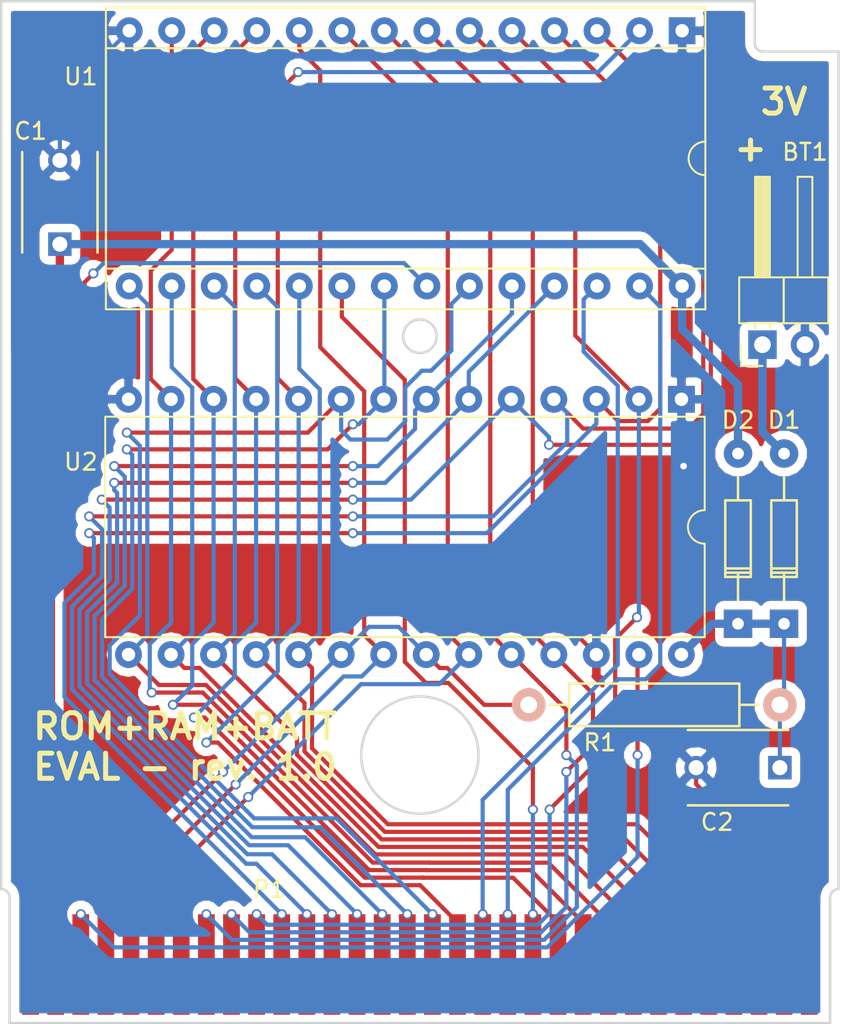
<source format=kicad_pcb>
(kicad_pcb (version 4) (host pcbnew 4.0.4-stable)

  (general
    (links 67)
    (no_connects 1)
    (area 123.924999 49.924999 174.075001 111.075001)
    (thickness 1)
    (drawings 16)
    (tracks 455)
    (zones 0)
    (modules 9)
    (nets 34)
  )

  (page A4)
  (layers
    (0 F.Cu signal)
    (31 B.Cu signal)
    (32 B.Adhes user)
    (33 F.Adhes user)
    (34 B.Paste user)
    (35 F.Paste user)
    (36 B.SilkS user)
    (37 F.SilkS user)
    (38 B.Mask user)
    (39 F.Mask user)
    (40 Dwgs.User user)
    (41 Cmts.User user)
    (42 Eco1.User user)
    (43 Eco2.User user)
    (44 Edge.Cuts user)
    (45 Margin user)
    (46 B.CrtYd user)
    (47 F.CrtYd user)
    (48 B.Fab user)
    (49 F.Fab user)
  )

  (setup
    (last_trace_width 0.25)
    (trace_clearance 0.2)
    (zone_clearance 0.508)
    (zone_45_only no)
    (trace_min 0.2)
    (segment_width 0.2)
    (edge_width 0.15)
    (via_size 0.6)
    (via_drill 0.4)
    (via_min_size 0.4)
    (via_min_drill 0.3)
    (uvia_size 0.3)
    (uvia_drill 0.1)
    (uvias_allowed no)
    (uvia_min_size 0.2)
    (uvia_min_drill 0.1)
    (pcb_text_width 0.3)
    (pcb_text_size 1.5 1.5)
    (mod_edge_width 0.15)
    (mod_text_size 1 1)
    (mod_text_width 0.15)
    (pad_size 1.524 1.524)
    (pad_drill 0.762)
    (pad_to_mask_clearance 0.2)
    (aux_axis_origin 0 0)
    (visible_elements FFFFFF7F)
    (pcbplotparams
      (layerselection 0x00030_80000001)
      (usegerberextensions false)
      (excludeedgelayer true)
      (linewidth 0.100000)
      (plotframeref false)
      (viasonmask false)
      (mode 1)
      (useauxorigin false)
      (hpglpennumber 1)
      (hpglpenspeed 20)
      (hpglpendiameter 15)
      (hpglpenoverlay 2)
      (psnegative false)
      (psa4output false)
      (plotreference true)
      (plotvalue true)
      (plotinvisibletext false)
      (padsonsilk false)
      (subtractmaskfromsilk false)
      (outputformat 4)
      (mirror false)
      (drillshape 0)
      (scaleselection 1)
      (outputdirectory ""))
  )

  (net 0 "")
  (net 1 GND)
  (net 2 D0)
  (net 3 D1)
  (net 4 D2)
  (net 5 D3)
  (net 6 D4)
  (net 7 D5)
  (net 8 D6)
  (net 9 D7)
  (net 10 A0)
  (net 11 A1)
  (net 12 A2)
  (net 13 A3)
  (net 14 A4)
  (net 15 A5)
  (net 16 A6)
  (net 17 A7)
  (net 18 A8)
  (net 19 A9)
  (net 20 A10)
  (net 21 A11)
  (net 22 A12)
  (net 23 A13)
  (net 24 A14)
  (net 25 A15)
  (net 26 ROM_OE)
  (net 27 WE)
  (net 28 RAM_CE)
  (net 29 "Net-(BT1-Pad1)")
  (net 30 Buffered_VCC)
  (net 31 "Net-(P1-Pad2)")
  (net 32 "Net-(P1-Pad30)")
  (net 33 "Net-(P1-Pad31)")

  (net_class Default "Dies ist die voreingestellte Netzklasse."
    (clearance 0.2)
    (trace_width 0.25)
    (via_dia 0.6)
    (via_drill 0.4)
    (uvia_dia 0.3)
    (uvia_drill 0.1)
    (add_net A0)
    (add_net A1)
    (add_net A10)
    (add_net A11)
    (add_net A12)
    (add_net A13)
    (add_net A14)
    (add_net A15)
    (add_net A2)
    (add_net A3)
    (add_net A4)
    (add_net A5)
    (add_net A6)
    (add_net A7)
    (add_net A8)
    (add_net A9)
    (add_net Buffered_VCC)
    (add_net D0)
    (add_net D1)
    (add_net D2)
    (add_net D3)
    (add_net D4)
    (add_net D5)
    (add_net D6)
    (add_net D7)
    (add_net GND)
    (add_net "Net-(BT1-Pad1)")
    (add_net "Net-(P1-Pad2)")
    (add_net "Net-(P1-Pad30)")
    (add_net "Net-(P1-Pad31)")
    (add_net RAM_CE)
    (add_net ROM_OE)
    (add_net WE)
  )

  (net_class VCC ""
    (clearance 0.2)
    (trace_width 0.5)
    (via_dia 0.6)
    (via_drill 0.4)
    (uvia_dia 0.3)
    (uvia_drill 0.1)
  )

  (module gb_cart_edge:GB_CART_EDGE (layer F.Cu) (tedit 564F984A) (tstamp 569F6157)
    (at 148.75 104.5)
    (path /564F8DA9)
    (fp_text reference P1 (at -8.75 -1.5) (layer F.SilkS)
      (effects (font (size 1 1) (thickness 0.15)))
    )
    (fp_text value GB_CART_CONN (at -6.5 -1) (layer F.Fab)
      (effects (font (size 1 1) (thickness 0.15)))
    )
    (pad 1 connect rect (at -23 3) (size 1 6) (layers F.Cu F.Mask)
      (net 30 Buffered_VCC))
    (pad 2 connect rect (at -21.5 3) (size 1 6) (layers F.Cu F.Mask)
      (net 31 "Net-(P1-Pad2)"))
    (pad 3 connect rect (at -20 3) (size 1 6) (layers F.Cu F.Mask)
      (net 27 WE))
    (pad 4 connect rect (at -18.5 3) (size 1 6) (layers F.Cu F.Mask)
      (net 26 ROM_OE))
    (pad 5 connect rect (at -17 3) (size 1 6) (layers F.Cu F.Mask)
      (net 28 RAM_CE))
    (pad 6 connect rect (at -15.5 3) (size 1 6) (layers F.Cu F.Mask)
      (net 10 A0))
    (pad 7 connect rect (at -14 3) (size 1 6) (layers F.Cu F.Mask)
      (net 11 A1))
    (pad 8 connect rect (at -12.5 3) (size 1 6) (layers F.Cu F.Mask)
      (net 12 A2))
    (pad 9 connect rect (at -11 3) (size 1 6) (layers F.Cu F.Mask)
      (net 13 A3))
    (pad 10 connect rect (at -9.5 3) (size 1 6) (layers F.Cu F.Mask)
      (net 14 A4))
    (pad 11 connect rect (at -8 3) (size 1 6) (layers F.Cu F.Mask)
      (net 15 A5))
    (pad 12 connect rect (at -6.5 3) (size 1 6) (layers F.Cu F.Mask)
      (net 16 A6))
    (pad 13 connect rect (at -5 3) (size 1 6) (layers F.Cu F.Mask)
      (net 17 A7))
    (pad 14 connect rect (at -3.5 3) (size 1 6) (layers F.Cu F.Mask)
      (net 18 A8))
    (pad 15 connect rect (at -2 3) (size 1 6) (layers F.Cu F.Mask)
      (net 19 A9))
    (pad 16 connect rect (at -0.5 3) (size 1 6) (layers F.Cu F.Mask)
      (net 20 A10))
    (pad 17 connect rect (at 1 3) (size 1 6) (layers F.Cu F.Mask)
      (net 21 A11))
    (pad 18 connect rect (at 2.5 3) (size 1 6) (layers F.Cu F.Mask)
      (net 22 A12))
    (pad 19 connect rect (at 4 3) (size 1 6) (layers F.Cu F.Mask)
      (net 23 A13))
    (pad 20 connect rect (at 5.5 3) (size 1 6) (layers F.Cu F.Mask)
      (net 24 A14))
    (pad 21 connect rect (at 7 3) (size 1 6) (layers F.Cu F.Mask)
      (net 25 A15))
    (pad 22 connect rect (at 8.5 3) (size 1 6) (layers F.Cu F.Mask)
      (net 2 D0))
    (pad 23 connect rect (at 10 3) (size 1 6) (layers F.Cu F.Mask)
      (net 3 D1))
    (pad 24 connect rect (at 11.5 3) (size 1 6) (layers F.Cu F.Mask)
      (net 4 D2))
    (pad 25 connect rect (at 13 3) (size 1 6) (layers F.Cu F.Mask)
      (net 5 D3))
    (pad 26 connect rect (at 14.5 3) (size 1 6) (layers F.Cu F.Mask)
      (net 6 D4))
    (pad 27 connect rect (at 16 3) (size 1 6) (layers F.Cu F.Mask)
      (net 7 D5))
    (pad 28 connect rect (at 17.5 3) (size 1 6) (layers F.Cu F.Mask)
      (net 8 D6))
    (pad 29 connect rect (at 19 3) (size 1 6) (layers F.Cu F.Mask)
      (net 9 D7))
    (pad 30 connect rect (at 20.5 3) (size 1 6) (layers F.Cu F.Mask)
      (net 32 "Net-(P1-Pad30)"))
    (pad 31 connect rect (at 22 3) (size 1 6) (layers F.Cu F.Mask)
      (net 33 "Net-(P1-Pad31)"))
    (pad 32 connect rect (at 23.5 3) (size 1 6) (layers F.Cu F.Mask)
      (net 1 GND))
  )

  (module Pin_Headers:Pin_Header_Angled_1x02_Pitch2.54mm (layer F.Cu) (tedit 5862ED52) (tstamp 586659AC)
    (at 169.46 70.5 90)
    (descr "Through hole angled pin header, 1x02, 2.54mm pitch, 6mm pin length, single row")
    (tags "Through hole angled pin header THT 1x02 2.54mm single row")
    (path /57BDF73B)
    (fp_text reference BT1 (at 11.5 2.54 180) (layer F.SilkS)
      (effects (font (size 1 1) (thickness 0.15)))
    )
    (fp_text value Battery (at 4.315 4.81 90) (layer F.Fab)
      (effects (font (size 1 1) (thickness 0.15)))
    )
    (fp_line (start 1.4 -1.27) (end 1.4 1.27) (layer F.Fab) (width 0.1))
    (fp_line (start 1.4 1.27) (end 3.9 1.27) (layer F.Fab) (width 0.1))
    (fp_line (start 3.9 1.27) (end 3.9 -1.27) (layer F.Fab) (width 0.1))
    (fp_line (start 3.9 -1.27) (end 1.4 -1.27) (layer F.Fab) (width 0.1))
    (fp_line (start 0 -0.32) (end 0 0.32) (layer F.Fab) (width 0.1))
    (fp_line (start 0 0.32) (end 9.9 0.32) (layer F.Fab) (width 0.1))
    (fp_line (start 9.9 0.32) (end 9.9 -0.32) (layer F.Fab) (width 0.1))
    (fp_line (start 9.9 -0.32) (end 0 -0.32) (layer F.Fab) (width 0.1))
    (fp_line (start 1.4 1.27) (end 1.4 3.81) (layer F.Fab) (width 0.1))
    (fp_line (start 1.4 3.81) (end 3.9 3.81) (layer F.Fab) (width 0.1))
    (fp_line (start 3.9 3.81) (end 3.9 1.27) (layer F.Fab) (width 0.1))
    (fp_line (start 3.9 1.27) (end 1.4 1.27) (layer F.Fab) (width 0.1))
    (fp_line (start 0 2.22) (end 0 2.86) (layer F.Fab) (width 0.1))
    (fp_line (start 0 2.86) (end 9.9 2.86) (layer F.Fab) (width 0.1))
    (fp_line (start 9.9 2.86) (end 9.9 2.22) (layer F.Fab) (width 0.1))
    (fp_line (start 9.9 2.22) (end 0 2.22) (layer F.Fab) (width 0.1))
    (fp_line (start 1.28 -1.39) (end 1.28 1.27) (layer F.SilkS) (width 0.12))
    (fp_line (start 1.28 1.27) (end 4.02 1.27) (layer F.SilkS) (width 0.12))
    (fp_line (start 4.02 1.27) (end 4.02 -1.39) (layer F.SilkS) (width 0.12))
    (fp_line (start 4.02 -1.39) (end 1.28 -1.39) (layer F.SilkS) (width 0.12))
    (fp_line (start 4.02 -0.44) (end 4.02 0.44) (layer F.SilkS) (width 0.12))
    (fp_line (start 4.02 0.44) (end 10.02 0.44) (layer F.SilkS) (width 0.12))
    (fp_line (start 10.02 0.44) (end 10.02 -0.44) (layer F.SilkS) (width 0.12))
    (fp_line (start 10.02 -0.44) (end 4.02 -0.44) (layer F.SilkS) (width 0.12))
    (fp_line (start 0.97 -0.44) (end 1.28 -0.44) (layer F.SilkS) (width 0.12))
    (fp_line (start 0.97 0.44) (end 1.28 0.44) (layer F.SilkS) (width 0.12))
    (fp_line (start 4.02 -0.32) (end 10.02 -0.32) (layer F.SilkS) (width 0.12))
    (fp_line (start 4.02 -0.2) (end 10.02 -0.2) (layer F.SilkS) (width 0.12))
    (fp_line (start 4.02 -0.08) (end 10.02 -0.08) (layer F.SilkS) (width 0.12))
    (fp_line (start 4.02 0.04) (end 10.02 0.04) (layer F.SilkS) (width 0.12))
    (fp_line (start 4.02 0.16) (end 10.02 0.16) (layer F.SilkS) (width 0.12))
    (fp_line (start 4.02 0.28) (end 10.02 0.28) (layer F.SilkS) (width 0.12))
    (fp_line (start 4.02 0.4) (end 10.02 0.4) (layer F.SilkS) (width 0.12))
    (fp_line (start 1.28 1.27) (end 1.28 3.93) (layer F.SilkS) (width 0.12))
    (fp_line (start 1.28 3.93) (end 4.02 3.93) (layer F.SilkS) (width 0.12))
    (fp_line (start 4.02 3.93) (end 4.02 1.27) (layer F.SilkS) (width 0.12))
    (fp_line (start 4.02 1.27) (end 1.28 1.27) (layer F.SilkS) (width 0.12))
    (fp_line (start 4.02 2.1) (end 4.02 2.98) (layer F.SilkS) (width 0.12))
    (fp_line (start 4.02 2.98) (end 10.02 2.98) (layer F.SilkS) (width 0.12))
    (fp_line (start 10.02 2.98) (end 10.02 2.1) (layer F.SilkS) (width 0.12))
    (fp_line (start 10.02 2.1) (end 4.02 2.1) (layer F.SilkS) (width 0.12))
    (fp_line (start 0.97 2.1) (end 1.28 2.1) (layer F.SilkS) (width 0.12))
    (fp_line (start 0.97 2.98) (end 1.28 2.98) (layer F.SilkS) (width 0.12))
    (fp_line (start -1.27 0) (end -1.27 -1.27) (layer F.SilkS) (width 0.12))
    (fp_line (start -1.27 -1.27) (end 0 -1.27) (layer F.SilkS) (width 0.12))
    (fp_line (start -1.6 -1.6) (end -1.6 4.1) (layer F.CrtYd) (width 0.05))
    (fp_line (start -1.6 4.1) (end 10.2 4.1) (layer F.CrtYd) (width 0.05))
    (fp_line (start 10.2 4.1) (end 10.2 -1.6) (layer F.CrtYd) (width 0.05))
    (fp_line (start 10.2 -1.6) (end -1.6 -1.6) (layer F.CrtYd) (width 0.05))
    (pad 1 thru_hole rect (at 0 0 90) (size 1.7 1.7) (drill 1) (layers *.Cu *.Mask)
      (net 29 "Net-(BT1-Pad1)"))
    (pad 2 thru_hole oval (at 0 2.54 90) (size 1.7 1.7) (drill 1) (layers *.Cu *.Mask)
      (net 1 GND))
    (model Pin_Headers.3dshapes/Pin_Header_Angled_1x02_Pitch2.54mm.wrl
      (at (xyz 0 -0.05 0))
      (scale (xyz 1 1 1))
      (rotate (xyz 0 0 90))
    )
  )

  (module Capacitors_ThroughHole:C_Disc_D6_P5 (layer F.Cu) (tedit 0) (tstamp 586659B8)
    (at 127.5 64.5 90)
    (descr "Capacitor 6mm Disc, Pitch 5mm")
    (tags Capacitor)
    (path /56A0AE6C)
    (fp_text reference C1 (at 6.75 -1.75 180) (layer F.SilkS)
      (effects (font (size 1 1) (thickness 0.15)))
    )
    (fp_text value 100n (at 2.5 3.5 90) (layer F.Fab)
      (effects (font (size 1 1) (thickness 0.15)))
    )
    (fp_line (start -0.95 -2.5) (end 5.95 -2.5) (layer F.CrtYd) (width 0.05))
    (fp_line (start 5.95 -2.5) (end 5.95 2.5) (layer F.CrtYd) (width 0.05))
    (fp_line (start 5.95 2.5) (end -0.95 2.5) (layer F.CrtYd) (width 0.05))
    (fp_line (start -0.95 2.5) (end -0.95 -2.5) (layer F.CrtYd) (width 0.05))
    (fp_line (start -0.5 -2.25) (end 5.5 -2.25) (layer F.SilkS) (width 0.15))
    (fp_line (start 5.5 2.25) (end -0.5 2.25) (layer F.SilkS) (width 0.15))
    (pad 1 thru_hole rect (at 0 0 90) (size 1.4 1.4) (drill 0.9) (layers *.Cu *.Mask)
      (net 30 Buffered_VCC))
    (pad 2 thru_hole circle (at 5 0 90) (size 1.4 1.4) (drill 0.9) (layers *.Cu *.Mask)
      (net 1 GND))
    (model Capacitors_ThroughHole.3dshapes/C_Disc_D6_P5.wrl
      (at (xyz 0.0984252 0 0))
      (scale (xyz 1 1 1))
      (rotate (xyz 0 0 0))
    )
  )

  (module Capacitors_ThroughHole:C_Disc_D6_P5 (layer F.Cu) (tedit 0) (tstamp 586659C4)
    (at 170.5 95.75 180)
    (descr "Capacitor 6mm Disc, Pitch 5mm")
    (tags Capacitor)
    (path /56A0B265)
    (fp_text reference C2 (at 3.75 -3.25 360) (layer F.SilkS)
      (effects (font (size 1 1) (thickness 0.15)))
    )
    (fp_text value 100n (at 2.5 3.5 180) (layer F.Fab)
      (effects (font (size 1 1) (thickness 0.15)))
    )
    (fp_line (start -0.95 -2.5) (end 5.95 -2.5) (layer F.CrtYd) (width 0.05))
    (fp_line (start 5.95 -2.5) (end 5.95 2.5) (layer F.CrtYd) (width 0.05))
    (fp_line (start 5.95 2.5) (end -0.95 2.5) (layer F.CrtYd) (width 0.05))
    (fp_line (start -0.95 2.5) (end -0.95 -2.5) (layer F.CrtYd) (width 0.05))
    (fp_line (start -0.5 -2.25) (end 5.5 -2.25) (layer F.SilkS) (width 0.15))
    (fp_line (start 5.5 2.25) (end -0.5 2.25) (layer F.SilkS) (width 0.15))
    (pad 1 thru_hole rect (at 0 0 180) (size 1.4 1.4) (drill 0.9) (layers *.Cu *.Mask)
      (net 30 Buffered_VCC))
    (pad 2 thru_hole circle (at 5 0 180) (size 1.4 1.4) (drill 0.9) (layers *.Cu *.Mask)
      (net 1 GND))
    (model Capacitors_ThroughHole.3dshapes/C_Disc_D6_P5.wrl
      (at (xyz 0.0984252 0 0))
      (scale (xyz 1 1 1))
      (rotate (xyz 0 0 0))
    )
  )

  (module Resistors_ThroughHole:Resistor_Horizontal_RM15mm (layer F.Cu) (tedit 5869317A) (tstamp 586659F3)
    (at 155.5 92)
    (descr "Resistor, Axial, RM 15mm,")
    (tags "Resistor Axial RM 15mm")
    (path /56A26C05)
    (fp_text reference R1 (at 4.25 2.25) (layer F.SilkS)
      (effects (font (size 1 1) (thickness 0.15)))
    )
    (fp_text value 100k (at 7.5 4.0005) (layer F.Fab)
      (effects (font (size 1 1) (thickness 0.15)))
    )
    (fp_line (start -1.25 1.5) (end -1.25 -1.5) (layer F.CrtYd) (width 0.05))
    (fp_line (start -1.25 -1.5) (end 16.25 -1.5) (layer F.CrtYd) (width 0.05))
    (fp_line (start 16.25 -1.5) (end 16.25 1.5) (layer F.CrtYd) (width 0.05))
    (fp_line (start 16.25 1.5) (end -1.25 1.5) (layer F.CrtYd) (width 0.05))
    (fp_line (start 2.42 -1.27) (end 2.42 1.27) (layer F.SilkS) (width 0.15))
    (fp_line (start 2.42 1.27) (end 12.58 1.27) (layer F.SilkS) (width 0.15))
    (fp_line (start 12.58 1.27) (end 12.58 -1.27) (layer F.SilkS) (width 0.15))
    (fp_line (start 12.58 -1.27) (end 2.42 -1.27) (layer F.SilkS) (width 0.15))
    (fp_line (start 13.73 0) (end 12.58 0) (layer F.SilkS) (width 0.15))
    (fp_line (start 1.27 0) (end 2.42 0) (layer F.SilkS) (width 0.15))
    (pad 1 thru_hole circle (at 0 0) (size 1.99898 1.99898) (drill 1.00076) (layers *.Cu *.SilkS *.Mask)
      (net 28 RAM_CE))
    (pad 2 thru_hole circle (at 15 0) (size 1.99898 1.99898) (drill 1.00076) (layers *.Cu *.SilkS *.Mask)
      (net 30 Buffered_VCC))
    (model Resistors_ThroughHole.3dshapes/Resistor_Horizontal_RM15mm.wrl
      (at (xyz 0.295 0 0))
      (scale (xyz 0.395 0.4 0.4))
      (rotate (xyz 0 0 0))
    )
  )

  (module Housings_DIP:DIP-28_W15.24mm_Socket (layer F.Cu) (tedit 586281B5) (tstamp 58665A2A)
    (at 164.66 51.76 270)
    (descr "28-lead dip package, row spacing 15.24 mm (600 mils), Socket")
    (tags "DIL DIP PDIP 2.54mm 15.24mm 600mil Socket")
    (path /58665037)
    (fp_text reference U1 (at 2.74 35.91 360) (layer F.SilkS)
      (effects (font (size 1 1) (thickness 0.15)))
    )
    (fp_text value 27C512 (at 7.62 35.41 270) (layer F.Fab)
      (effects (font (size 1 1) (thickness 0.15)))
    )
    (fp_arc (start 7.62 -1.39) (end 6.62 -1.39) (angle -180) (layer F.SilkS) (width 0.12))
    (fp_line (start 1.255 -1.27) (end 14.985 -1.27) (layer F.Fab) (width 0.1))
    (fp_line (start 14.985 -1.27) (end 14.985 34.29) (layer F.Fab) (width 0.1))
    (fp_line (start 14.985 34.29) (end 0.255 34.29) (layer F.Fab) (width 0.1))
    (fp_line (start 0.255 34.29) (end 0.255 -0.27) (layer F.Fab) (width 0.1))
    (fp_line (start 0.255 -0.27) (end 1.255 -1.27) (layer F.Fab) (width 0.1))
    (fp_line (start -1.27 -1.27) (end -1.27 34.29) (layer F.Fab) (width 0.1))
    (fp_line (start -1.27 34.29) (end 16.51 34.29) (layer F.Fab) (width 0.1))
    (fp_line (start 16.51 34.29) (end 16.51 -1.27) (layer F.Fab) (width 0.1))
    (fp_line (start 16.51 -1.27) (end -1.27 -1.27) (layer F.Fab) (width 0.1))
    (fp_line (start 6.62 -1.39) (end 1.04 -1.39) (layer F.SilkS) (width 0.12))
    (fp_line (start 1.04 -1.39) (end 1.04 34.41) (layer F.SilkS) (width 0.12))
    (fp_line (start 1.04 34.41) (end 14.2 34.41) (layer F.SilkS) (width 0.12))
    (fp_line (start 14.2 34.41) (end 14.2 -1.39) (layer F.SilkS) (width 0.12))
    (fp_line (start 14.2 -1.39) (end 8.62 -1.39) (layer F.SilkS) (width 0.12))
    (fp_line (start -1.39 -1.39) (end -1.39 34.41) (layer F.SilkS) (width 0.12))
    (fp_line (start -1.39 34.41) (end 16.63 34.41) (layer F.SilkS) (width 0.12))
    (fp_line (start 16.63 34.41) (end 16.63 -1.39) (layer F.SilkS) (width 0.12))
    (fp_line (start 16.63 -1.39) (end -1.39 -1.39) (layer F.SilkS) (width 0.12))
    (fp_line (start -1.7 -1.7) (end -1.7 34.7) (layer F.CrtYd) (width 0.05))
    (fp_line (start -1.7 34.7) (end 16.9 34.7) (layer F.CrtYd) (width 0.05))
    (fp_line (start 16.9 34.7) (end 16.9 -1.7) (layer F.CrtYd) (width 0.05))
    (fp_line (start 16.9 -1.7) (end -1.7 -1.7) (layer F.CrtYd) (width 0.05))
    (pad 1 thru_hole rect (at 0 0 270) (size 1.6 1.6) (drill 0.8) (layers *.Cu *.Mask)
      (net 1 GND))
    (pad 15 thru_hole oval (at 15.24 33.02 270) (size 1.6 1.6) (drill 0.8) (layers *.Cu *.Mask)
      (net 5 D3))
    (pad 2 thru_hole oval (at 0 2.54 270) (size 1.6 1.6) (drill 0.8) (layers *.Cu *.Mask)
      (net 22 A12))
    (pad 16 thru_hole oval (at 15.24 30.48 270) (size 1.6 1.6) (drill 0.8) (layers *.Cu *.Mask)
      (net 6 D4))
    (pad 3 thru_hole oval (at 0 5.08 270) (size 1.6 1.6) (drill 0.8) (layers *.Cu *.Mask)
      (net 17 A7))
    (pad 17 thru_hole oval (at 15.24 27.94 270) (size 1.6 1.6) (drill 0.8) (layers *.Cu *.Mask)
      (net 7 D5))
    (pad 4 thru_hole oval (at 0 7.62 270) (size 1.6 1.6) (drill 0.8) (layers *.Cu *.Mask)
      (net 16 A6))
    (pad 18 thru_hole oval (at 15.24 25.4 270) (size 1.6 1.6) (drill 0.8) (layers *.Cu *.Mask)
      (net 8 D6))
    (pad 5 thru_hole oval (at 0 10.16 270) (size 1.6 1.6) (drill 0.8) (layers *.Cu *.Mask)
      (net 15 A5))
    (pad 19 thru_hole oval (at 15.24 22.86 270) (size 1.6 1.6) (drill 0.8) (layers *.Cu *.Mask)
      (net 9 D7))
    (pad 6 thru_hole oval (at 0 12.7 270) (size 1.6 1.6) (drill 0.8) (layers *.Cu *.Mask)
      (net 14 A4))
    (pad 20 thru_hole oval (at 15.24 20.32 270) (size 1.6 1.6) (drill 0.8) (layers *.Cu *.Mask)
      (net 25 A15))
    (pad 7 thru_hole oval (at 0 15.24 270) (size 1.6 1.6) (drill 0.8) (layers *.Cu *.Mask)
      (net 13 A3))
    (pad 21 thru_hole oval (at 15.24 17.78 270) (size 1.6 1.6) (drill 0.8) (layers *.Cu *.Mask)
      (net 20 A10))
    (pad 8 thru_hole oval (at 0 17.78 270) (size 1.6 1.6) (drill 0.8) (layers *.Cu *.Mask)
      (net 12 A2))
    (pad 22 thru_hole oval (at 15.24 15.24 270) (size 1.6 1.6) (drill 0.8) (layers *.Cu *.Mask)
      (net 26 ROM_OE))
    (pad 9 thru_hole oval (at 0 20.32 270) (size 1.6 1.6) (drill 0.8) (layers *.Cu *.Mask)
      (net 11 A1))
    (pad 23 thru_hole oval (at 15.24 12.7 270) (size 1.6 1.6) (drill 0.8) (layers *.Cu *.Mask)
      (net 21 A11))
    (pad 10 thru_hole oval (at 0 22.86 270) (size 1.6 1.6) (drill 0.8) (layers *.Cu *.Mask)
      (net 10 A0))
    (pad 24 thru_hole oval (at 15.24 10.16 270) (size 1.6 1.6) (drill 0.8) (layers *.Cu *.Mask)
      (net 19 A9))
    (pad 11 thru_hole oval (at 0 25.4 270) (size 1.6 1.6) (drill 0.8) (layers *.Cu *.Mask)
      (net 2 D0))
    (pad 25 thru_hole oval (at 15.24 7.62 270) (size 1.6 1.6) (drill 0.8) (layers *.Cu *.Mask)
      (net 18 A8))
    (pad 12 thru_hole oval (at 0 27.94 270) (size 1.6 1.6) (drill 0.8) (layers *.Cu *.Mask)
      (net 3 D1))
    (pad 26 thru_hole oval (at 15.24 5.08 270) (size 1.6 1.6) (drill 0.8) (layers *.Cu *.Mask)
      (net 23 A13))
    (pad 13 thru_hole oval (at 0 30.48 270) (size 1.6 1.6) (drill 0.8) (layers *.Cu *.Mask)
      (net 4 D2))
    (pad 27 thru_hole oval (at 15.24 2.54 270) (size 1.6 1.6) (drill 0.8) (layers *.Cu *.Mask)
      (net 24 A14))
    (pad 14 thru_hole oval (at 0 33.02 270) (size 1.6 1.6) (drill 0.8) (layers *.Cu *.Mask)
      (net 1 GND))
    (pad 28 thru_hole oval (at 15.24 0 270) (size 1.6 1.6) (drill 0.8) (layers *.Cu *.Mask)
      (net 30 Buffered_VCC))
    (model Housings_DIP.3dshapes/DIP-28_W15.24mm_Socket.wrl
      (at (xyz 0 0 0))
      (scale (xyz 1 1 1))
      (rotate (xyz 0 0 0))
    )
  )

  (module Housings_DIP:DIP-28_W15.24mm (layer F.Cu) (tedit 586281B5) (tstamp 58665A59)
    (at 164.62 73.76 270)
    (descr "28-lead dip package, row spacing 15.24 mm (600 mils)")
    (tags "DIL DIP PDIP 2.54mm 15.24mm 600mil")
    (path /569E117E)
    (fp_text reference U2 (at 3.74 35.87 360) (layer F.SilkS)
      (effects (font (size 1 1) (thickness 0.15)))
    )
    (fp_text value HM62256BLFP-7SLT (at 7.62 35.41 270) (layer F.Fab)
      (effects (font (size 1 1) (thickness 0.15)))
    )
    (fp_arc (start 7.62 -1.39) (end 6.62 -1.39) (angle -180) (layer F.SilkS) (width 0.12))
    (fp_line (start 1.255 -1.27) (end 14.985 -1.27) (layer F.Fab) (width 0.1))
    (fp_line (start 14.985 -1.27) (end 14.985 34.29) (layer F.Fab) (width 0.1))
    (fp_line (start 14.985 34.29) (end 0.255 34.29) (layer F.Fab) (width 0.1))
    (fp_line (start 0.255 34.29) (end 0.255 -0.27) (layer F.Fab) (width 0.1))
    (fp_line (start 0.255 -0.27) (end 1.255 -1.27) (layer F.Fab) (width 0.1))
    (fp_line (start 6.62 -1.39) (end 1.04 -1.39) (layer F.SilkS) (width 0.12))
    (fp_line (start 1.04 -1.39) (end 1.04 34.41) (layer F.SilkS) (width 0.12))
    (fp_line (start 1.04 34.41) (end 14.2 34.41) (layer F.SilkS) (width 0.12))
    (fp_line (start 14.2 34.41) (end 14.2 -1.39) (layer F.SilkS) (width 0.12))
    (fp_line (start 14.2 -1.39) (end 8.62 -1.39) (layer F.SilkS) (width 0.12))
    (fp_line (start -1.1 -1.6) (end -1.1 34.6) (layer F.CrtYd) (width 0.05))
    (fp_line (start -1.1 34.6) (end 16.3 34.6) (layer F.CrtYd) (width 0.05))
    (fp_line (start 16.3 34.6) (end 16.3 -1.6) (layer F.CrtYd) (width 0.05))
    (fp_line (start 16.3 -1.6) (end -1.1 -1.6) (layer F.CrtYd) (width 0.05))
    (pad 1 thru_hole rect (at 0 0 270) (size 1.6 1.6) (drill 0.8) (layers *.Cu *.Mask)
      (net 1 GND))
    (pad 15 thru_hole oval (at 15.24 33.02 270) (size 1.6 1.6) (drill 0.8) (layers *.Cu *.Mask)
      (net 5 D3))
    (pad 2 thru_hole oval (at 0 2.54 270) (size 1.6 1.6) (drill 0.8) (layers *.Cu *.Mask)
      (net 14 A4))
    (pad 16 thru_hole oval (at 15.24 30.48 270) (size 1.6 1.6) (drill 0.8) (layers *.Cu *.Mask)
      (net 6 D4))
    (pad 3 thru_hole oval (at 0 5.08 270) (size 1.6 1.6) (drill 0.8) (layers *.Cu *.Mask)
      (net 15 A5))
    (pad 17 thru_hole oval (at 15.24 27.94 270) (size 1.6 1.6) (drill 0.8) (layers *.Cu *.Mask)
      (net 7 D5))
    (pad 4 thru_hole oval (at 0 7.62 270) (size 1.6 1.6) (drill 0.8) (layers *.Cu *.Mask)
      (net 16 A6))
    (pad 18 thru_hole oval (at 15.24 25.4 270) (size 1.6 1.6) (drill 0.8) (layers *.Cu *.Mask)
      (net 8 D6))
    (pad 5 thru_hole oval (at 0 10.16 270) (size 1.6 1.6) (drill 0.8) (layers *.Cu *.Mask)
      (net 17 A7))
    (pad 19 thru_hole oval (at 15.24 22.86 270) (size 1.6 1.6) (drill 0.8) (layers *.Cu *.Mask)
      (net 9 D7))
    (pad 6 thru_hole oval (at 0 12.7 270) (size 1.6 1.6) (drill 0.8) (layers *.Cu *.Mask)
      (net 18 A8))
    (pad 20 thru_hole oval (at 15.24 20.32 270) (size 1.6 1.6) (drill 0.8) (layers *.Cu *.Mask)
      (net 28 RAM_CE))
    (pad 7 thru_hole oval (at 0 15.24 270) (size 1.6 1.6) (drill 0.8) (layers *.Cu *.Mask)
      (net 19 A9))
    (pad 21 thru_hole oval (at 15.24 17.78 270) (size 1.6 1.6) (drill 0.8) (layers *.Cu *.Mask)
      (net 10 A0))
    (pad 8 thru_hole oval (at 0 17.78 270) (size 1.6 1.6) (drill 0.8) (layers *.Cu *.Mask)
      (net 20 A10))
    (pad 22 thru_hole oval (at 15.24 15.24 270) (size 1.6 1.6) (drill 0.8) (layers *.Cu *.Mask)
      (net 28 RAM_CE))
    (pad 9 thru_hole oval (at 0 20.32 270) (size 1.6 1.6) (drill 0.8) (layers *.Cu *.Mask)
      (net 21 A11))
    (pad 23 thru_hole oval (at 15.24 12.7 270) (size 1.6 1.6) (drill 0.8) (layers *.Cu *.Mask)
      (net 11 A1))
    (pad 10 thru_hole oval (at 0 22.86 270) (size 1.6 1.6) (drill 0.8) (layers *.Cu *.Mask)
      (net 22 A12))
    (pad 24 thru_hole oval (at 15.24 10.16 270) (size 1.6 1.6) (drill 0.8) (layers *.Cu *.Mask)
      (net 12 A2))
    (pad 11 thru_hole oval (at 0 25.4 270) (size 1.6 1.6) (drill 0.8) (layers *.Cu *.Mask)
      (net 2 D0))
    (pad 25 thru_hole oval (at 15.24 7.62 270) (size 1.6 1.6) (drill 0.8) (layers *.Cu *.Mask)
      (net 13 A3))
    (pad 12 thru_hole oval (at 0 27.94 270) (size 1.6 1.6) (drill 0.8) (layers *.Cu *.Mask)
      (net 3 D1))
    (pad 26 thru_hole oval (at 15.24 5.08 270) (size 1.6 1.6) (drill 0.8) (layers *.Cu *.Mask)
      (net 1 GND))
    (pad 13 thru_hole oval (at 0 30.48 270) (size 1.6 1.6) (drill 0.8) (layers *.Cu *.Mask)
      (net 4 D2))
    (pad 27 thru_hole oval (at 15.24 2.54 270) (size 1.6 1.6) (drill 0.8) (layers *.Cu *.Mask)
      (net 27 WE))
    (pad 14 thru_hole oval (at 0 33.02 270) (size 1.6 1.6) (drill 0.8) (layers *.Cu *.Mask)
      (net 1 GND))
    (pad 28 thru_hole oval (at 15.24 0 270) (size 1.6 1.6) (drill 0.8) (layers *.Cu *.Mask)
      (net 30 Buffered_VCC))
    (model Housings_DIP.3dshapes/DIP-28_W15.24mm.wrl
      (at (xyz 0 0 0))
      (scale (xyz 1 1 1))
      (rotate (xyz 0 0 0))
    )
  )

  (module Diodes_ThroughHole:Diode_DO-35_SOD27_Horizontal_RM10 (layer F.Cu) (tedit 552FFC30) (tstamp 58681AD8)
    (at 170.75254 87.16052 90)
    (descr "Diode, DO-35,  SOD27, Horizontal, RM 10mm")
    (tags "Diode, DO-35, SOD27, Horizontal, RM 10mm, 1N4148,")
    (path /58666664)
    (fp_text reference D1 (at 12.16052 -0.00254 180) (layer F.SilkS)
      (effects (font (size 1 1) (thickness 0.15)))
    )
    (fp_text value D_Schottky (at 4.41452 -3.55854 90) (layer F.Fab)
      (effects (font (size 1 1) (thickness 0.15)))
    )
    (fp_line (start 7.36652 -0.00254) (end 8.76352 -0.00254) (layer F.SilkS) (width 0.15))
    (fp_line (start 2.92152 -0.00254) (end 1.39752 -0.00254) (layer F.SilkS) (width 0.15))
    (fp_line (start 3.30252 -0.76454) (end 3.30252 0.75946) (layer F.SilkS) (width 0.15))
    (fp_line (start 3.04852 -0.76454) (end 3.04852 0.75946) (layer F.SilkS) (width 0.15))
    (fp_line (start 2.79452 -0.00254) (end 2.79452 0.75946) (layer F.SilkS) (width 0.15))
    (fp_line (start 2.79452 0.75946) (end 7.36652 0.75946) (layer F.SilkS) (width 0.15))
    (fp_line (start 7.36652 0.75946) (end 7.36652 -0.76454) (layer F.SilkS) (width 0.15))
    (fp_line (start 7.36652 -0.76454) (end 2.79452 -0.76454) (layer F.SilkS) (width 0.15))
    (fp_line (start 2.79452 -0.76454) (end 2.79452 -0.00254) (layer F.SilkS) (width 0.15))
    (pad 2 thru_hole circle (at 10.16052 -0.00254 270) (size 1.69926 1.69926) (drill 0.70104) (layers *.Cu *.Mask)
      (net 29 "Net-(BT1-Pad1)"))
    (pad 1 thru_hole rect (at 0.00052 -0.00254 270) (size 1.69926 1.69926) (drill 0.70104) (layers *.Cu *.Mask)
      (net 30 Buffered_VCC))
    (model Diodes_ThroughHole.3dshapes/Diode_DO-35_SOD27_Horizontal_RM10.wrl
      (at (xyz 0.2 0 0))
      (scale (xyz 0.4 0.4 0.4))
      (rotate (xyz 0 0 180))
    )
  )

  (module Diodes_ThroughHole:Diode_DO-35_SOD27_Horizontal_RM10 (layer F.Cu) (tedit 552FFC30) (tstamp 58681AF4)
    (at 168.00254 87.16052 90)
    (descr "Diode, DO-35,  SOD27, Horizontal, RM 10mm")
    (tags "Diode, DO-35, SOD27, Horizontal, RM 10mm, 1N4148,")
    (path /586818E1)
    (fp_text reference D2 (at 12.16052 -0.00254 180) (layer F.SilkS)
      (effects (font (size 1 1) (thickness 0.15)))
    )
    (fp_text value D_Schottky (at 4.41452 -3.55854 90) (layer F.Fab)
      (effects (font (size 1 1) (thickness 0.15)))
    )
    (fp_line (start 7.36652 -0.00254) (end 8.76352 -0.00254) (layer F.SilkS) (width 0.15))
    (fp_line (start 2.92152 -0.00254) (end 1.39752 -0.00254) (layer F.SilkS) (width 0.15))
    (fp_line (start 3.30252 -0.76454) (end 3.30252 0.75946) (layer F.SilkS) (width 0.15))
    (fp_line (start 3.04852 -0.76454) (end 3.04852 0.75946) (layer F.SilkS) (width 0.15))
    (fp_line (start 2.79452 -0.00254) (end 2.79452 0.75946) (layer F.SilkS) (width 0.15))
    (fp_line (start 2.79452 0.75946) (end 7.36652 0.75946) (layer F.SilkS) (width 0.15))
    (fp_line (start 7.36652 0.75946) (end 7.36652 -0.76454) (layer F.SilkS) (width 0.15))
    (fp_line (start 7.36652 -0.76454) (end 2.79452 -0.76454) (layer F.SilkS) (width 0.15))
    (fp_line (start 2.79452 -0.76454) (end 2.79452 -0.00254) (layer F.SilkS) (width 0.15))
    (pad 2 thru_hole circle (at 10.16052 -0.00254 270) (size 1.69926 1.69926) (drill 0.70104) (layers *.Cu *.Mask)
      (net 30 Buffered_VCC))
    (pad 1 thru_hole rect (at 0.00052 -0.00254 270) (size 1.69926 1.69926) (drill 0.70104) (layers *.Cu *.Mask)
      (net 30 Buffered_VCC))
    (model Diodes_ThroughHole.3dshapes/Diode_DO-35_SOD27_Horizontal_RM10.wrl
      (at (xyz 0.2 0 0))
      (scale (xyz 0.4 0.4 0.4))
      (rotate (xyz 0 0 180))
    )
  )

  (gr_text 3V (at 170.75 56) (layer F.SilkS)
    (effects (font (size 1.5 1.5) (thickness 0.3)))
  )
  (gr_text + (at 168.75 58.75) (layer F.SilkS)
    (effects (font (size 1.5 1.5) (thickness 0.3)))
  )
  (gr_circle (center 149 70) (end 149 71) (layer Edge.Cuts) (width 0.15))
  (gr_arc (start 169.5 52.5) (end 169.5 53) (angle 90) (layer Edge.Cuts) (width 0.15))
  (gr_line (start 169 52.5) (end 169 50) (layer Edge.Cuts) (width 0.15))
  (gr_line (start 174 53) (end 169.5 53) (layer Edge.Cuts) (width 0.15))
  (gr_arc (start 174 103.5) (end 173.5 103.5) (angle 90) (layer Edge.Cuts) (width 0.15))
  (gr_text "ROM+RAM+BATT\nEVAL - rev. 1.0" (at 125.75 94.5) (layer F.SilkS)
    (effects (font (size 1.5 1.5) (thickness 0.3)) (justify left))
  )
  (gr_arc (start 124 103.5) (end 124 103) (angle 90) (layer Edge.Cuts) (width 0.15))
  (gr_line (start 174 53) (end 174 103) (layer Edge.Cuts) (width 0.15))
  (gr_line (start 173.5 111) (end 173.5 103.5) (layer Edge.Cuts) (width 0.15))
  (gr_line (start 124.5 111) (end 173.5 111) (layer Edge.Cuts) (width 0.15))
  (gr_line (start 124.5 103.5) (end 124.5 111) (layer Edge.Cuts) (width 0.15))
  (gr_line (start 124 50) (end 124 103) (layer Edge.Cuts) (width 0.15))
  (gr_circle (center 149 95) (end 152.5 95) (layer Edge.Cuts) (width 0.15))
  (gr_line (start 169 50) (end 124 50) (angle 90) (layer Edge.Cuts) (width 0.15))

  (segment (start 172.25 107.5) (end 172.25 98.25) (width 0.25) (layer F.Cu) (net 1))
  (segment (start 172.25 98.25) (end 172.25 78.25) (width 0.25) (layer F.Cu) (net 1))
  (segment (start 165.5 95.75) (end 165.5 96.739949) (width 0.25) (layer F.Cu) (net 1))
  (segment (start 165.5 96.739949) (end 167.010051 98.25) (width 0.25) (layer F.Cu) (net 1))
  (segment (start 167.010051 98.25) (end 172.25 98.25) (width 0.25) (layer F.Cu) (net 1))
  (segment (start 125.5 66) (end 125.5 61.5) (width 0.25) (layer B.Cu) (net 1))
  (segment (start 125.5 61.5) (end 127.5 59.5) (width 0.25) (layer B.Cu) (net 1))
  (segment (start 131.6 72.1) (end 125.5 66) (width 0.25) (layer B.Cu) (net 1))
  (segment (start 131.6 73.76) (end 131.6 72.1) (width 0.25) (layer B.Cu) (net 1))
  (segment (start 172 70.5) (end 172 71.702081) (width 0.25) (layer F.Cu) (net 1))
  (segment (start 172 71.702081) (end 172.25 71.952081) (width 0.25) (layer F.Cu) (net 1))
  (segment (start 172.25 71.952081) (end 172.25 78.25) (width 0.25) (layer F.Cu) (net 1))
  (segment (start 172 70.5) (end 172 58.05) (width 0.25) (layer F.Cu) (net 1))
  (segment (start 164.75 77.75) (end 165.968592 78.968592) (width 0.25) (layer F.Cu) (net 1))
  (segment (start 165.968592 78.968592) (end 171.531408 78.968592) (width 0.25) (layer F.Cu) (net 1))
  (segment (start 171.531408 78.968592) (end 172.25 78.25) (width 0.25) (layer F.Cu) (net 1))
  (segment (start 164.75 77.75) (end 160.330845 77.75) (width 0.25) (layer F.Cu) (net 1))
  (segment (start 160.330845 77.75) (end 157.072672 81.008173) (width 0.25) (layer F.Cu) (net 1))
  (segment (start 157.072672 81.008173) (end 157.072672 86.532672) (width 0.25) (layer F.Cu) (net 1))
  (segment (start 157.072672 86.532672) (end 159.54 89) (width 0.25) (layer F.Cu) (net 1))
  (segment (start 172 58.05) (end 165.71 51.76) (width 0.25) (layer F.Cu) (net 1))
  (segment (start 165.71 51.76) (end 164.66 51.76) (width 0.25) (layer F.Cu) (net 1))
  (segment (start 164.62 73.76) (end 164.62 77.62) (width 0.25) (layer B.Cu) (net 1))
  (segment (start 164.62 77.62) (end 164.75 77.75) (width 0.25) (layer B.Cu) (net 1))
  (via (at 164.75 77.75) (size 0.6) (drill 0.4) (layers F.Cu B.Cu) (net 1))
  (segment (start 131.59 73.75) (end 131.6 73.76) (width 0.25) (layer B.Cu) (net 1))
  (segment (start 127.5 59.5) (end 127.5 55.9) (width 0.25) (layer B.Cu) (net 1))
  (segment (start 127.5 55.9) (end 131.64 51.76) (width 0.25) (layer B.Cu) (net 1))
  (segment (start 139.22 73.76) (end 139.22 87.09641) (width 0.25) (layer B.Cu) (net 2))
  (segment (start 139.22 87.09641) (end 137.943866 88.372544) (width 0.25) (layer B.Cu) (net 2))
  (segment (start 137.943866 88.372544) (end 137.943866 90.314483) (width 0.25) (layer B.Cu) (net 2))
  (segment (start 137.943866 90.314483) (end 135.803126 92.455223) (width 0.25) (layer B.Cu) (net 2))
  (segment (start 135.803126 92.455223) (end 135.503127 92.755222) (width 0.25) (layer B.Cu) (net 2))
  (segment (start 139.26 51.76) (end 137.974813 53.045187) (width 0.25) (layer F.Cu) (net 2))
  (segment (start 137.974813 53.045187) (end 137.974813 72.514813) (width 0.25) (layer F.Cu) (net 2))
  (segment (start 137.974813 72.514813) (end 138.420001 72.960001) (width 0.25) (layer F.Cu) (net 2))
  (segment (start 138.420001 72.960001) (end 139.22 73.76) (width 0.25) (layer F.Cu) (net 2))
  (segment (start 135.927391 92.755222) (end 135.503127 92.755222) (width 0.25) (layer F.Cu) (net 2))
  (segment (start 136.149725 92.755222) (end 135.927391 92.755222) (width 0.25) (layer F.Cu) (net 2))
  (segment (start 145.710804 102.316301) (end 136.149725 92.755222) (width 0.25) (layer F.Cu) (net 2))
  (segment (start 149.202712 102.316301) (end 145.710804 102.316301) (width 0.25) (layer F.Cu) (net 2))
  (segment (start 149.206801 102.32039) (end 149.202712 102.316301) (width 0.25) (layer F.Cu) (net 2))
  (segment (start 154.57039 102.32039) (end 149.206801 102.32039) (width 0.25) (layer F.Cu) (net 2))
  (segment (start 157.25 105) (end 154.57039 102.32039) (width 0.25) (layer F.Cu) (net 2))
  (segment (start 157.25 107.5) (end 157.25 105) (width 0.25) (layer F.Cu) (net 2))
  (via (at 135.503127 92.755222) (size 0.6) (drill 0.4) (layers F.Cu B.Cu) (net 2))
  (segment (start 136.68 73.76) (end 136.68 87.09641) (width 0.25) (layer B.Cu) (net 3))
  (segment (start 136.68 87.09641) (end 135.406191 88.370219) (width 0.25) (layer B.Cu) (net 3))
  (segment (start 135.406191 88.370219) (end 135.406191 90.844409) (width 0.25) (layer B.Cu) (net 3))
  (segment (start 135.406191 90.844409) (end 134.554119 91.696481) (width 0.25) (layer B.Cu) (net 3))
  (segment (start 134.554119 91.696481) (end 134.25412 91.99648) (width 0.25) (layer B.Cu) (net 3))
  (segment (start 136.72 51.76) (end 135.468086 53.011914) (width 0.25) (layer F.Cu) (net 3))
  (segment (start 135.468086 53.011914) (end 135.468086 72.548086) (width 0.25) (layer F.Cu) (net 3))
  (segment (start 135.468086 72.548086) (end 135.880001 72.960001) (width 0.25) (layer F.Cu) (net 3))
  (segment (start 135.880001 72.960001) (end 136.68 73.76) (width 0.25) (layer F.Cu) (net 3))
  (segment (start 134.678384 91.99648) (end 134.25412 91.99648) (width 0.25) (layer F.Cu) (net 3))
  (segment (start 136.097351 91.99648) (end 134.678384 91.99648) (width 0.25) (layer F.Cu) (net 3))
  (segment (start 155.620379 101.870379) (end 149.393201 101.870379) (width 0.25) (layer F.Cu) (net 3))
  (segment (start 158.75 105) (end 155.620379 101.870379) (width 0.25) (layer F.Cu) (net 3))
  (segment (start 158.75 107.5) (end 158.75 105) (width 0.25) (layer F.Cu) (net 3))
  (segment (start 145.967161 101.86629) (end 136.097351 91.99648) (width 0.25) (layer F.Cu) (net 3))
  (segment (start 149.389112 101.86629) (end 145.967161 101.86629) (width 0.25) (layer F.Cu) (net 3))
  (segment (start 149.393201 101.870379) (end 149.389112 101.86629) (width 0.25) (layer F.Cu) (net 3))
  (via (at 134.25412 91.99648) (size 0.6) (drill 0.4) (layers F.Cu B.Cu) (net 3))
  (segment (start 132.983058 91.266942) (end 132.868516 91.1524) (width 0.25) (layer B.Cu) (net 4))
  (segment (start 132.868516 91.1524) (end 132.868516 88.367894) (width 0.25) (layer B.Cu) (net 4))
  (segment (start 132.868516 88.367894) (end 134.14 87.09641) (width 0.25) (layer B.Cu) (net 4))
  (segment (start 134.14 87.09641) (end 134.14 74.89137) (width 0.25) (layer B.Cu) (net 4))
  (segment (start 134.14 74.89137) (end 134.14 73.76) (width 0.25) (layer B.Cu) (net 4))
  (segment (start 134.18 51.76) (end 134.18 64.832897) (width 0.25) (layer F.Cu) (net 4))
  (segment (start 134.18 64.832897) (end 132.930411 66.082486) (width 0.25) (layer F.Cu) (net 4))
  (segment (start 132.930411 66.082486) (end 132.930411 72.550411) (width 0.25) (layer F.Cu) (net 4))
  (segment (start 132.930411 72.550411) (end 133.340001 72.960001) (width 0.25) (layer F.Cu) (net 4))
  (segment (start 133.340001 72.960001) (end 134.14 73.76) (width 0.25) (layer F.Cu) (net 4))
  (segment (start 133.407322 91.266942) (end 132.983058 91.266942) (width 0.25) (layer F.Cu) (net 4))
  (segment (start 149.575512 101.416279) (end 146.186035 101.416279) (width 0.25) (layer F.Cu) (net 4))
  (segment (start 146.186035 101.416279) (end 136.036698 91.266942) (width 0.25) (layer F.Cu) (net 4))
  (segment (start 160.25 105) (end 156.670368 101.420368) (width 0.25) (layer F.Cu) (net 4))
  (segment (start 160.25 107.5) (end 160.25 105) (width 0.25) (layer F.Cu) (net 4))
  (segment (start 149.579601 101.420368) (end 149.575512 101.416279) (width 0.25) (layer F.Cu) (net 4))
  (segment (start 156.670368 101.420368) (end 149.579601 101.420368) (width 0.25) (layer F.Cu) (net 4))
  (segment (start 136.036698 91.266942) (end 133.407322 91.266942) (width 0.25) (layer F.Cu) (net 4))
  (via (at 132.983058 91.266942) (size 0.6) (drill 0.4) (layers F.Cu B.Cu) (net 4))
  (segment (start 161.75 107.5) (end 161.75 105) (width 0.25) (layer F.Cu) (net 5))
  (segment (start 132.399999 89.799999) (end 131.6 89) (width 0.25) (layer F.Cu) (net 5))
  (segment (start 157.681346 100.931346) (end 146.344545 100.931346) (width 0.25) (layer F.Cu) (net 5))
  (segment (start 133.416931 90.816931) (end 132.399999 89.799999) (width 0.25) (layer F.Cu) (net 5))
  (segment (start 136.23013 90.816931) (end 133.416931 90.816931) (width 0.25) (layer F.Cu) (net 5))
  (segment (start 146.344545 100.931346) (end 136.23013 90.816931) (width 0.25) (layer F.Cu) (net 5))
  (segment (start 161.75 105) (end 157.681346 100.931346) (width 0.25) (layer F.Cu) (net 5))
  (segment (start 131.64 67) (end 132.725001 68.085001) (width 0.25) (layer B.Cu) (net 5))
  (segment (start 132.725001 68.085001) (end 132.725001 87.874999) (width 0.25) (layer B.Cu) (net 5))
  (segment (start 132.399999 88.200001) (end 131.6 89) (width 0.25) (layer B.Cu) (net 5))
  (segment (start 132.725001 87.874999) (end 132.399999 88.200001) (width 0.25) (layer B.Cu) (net 5))
  (segment (start 134.18 67) (end 134.18 71.844494) (width 0.25) (layer B.Cu) (net 6))
  (segment (start 134.18 71.844494) (end 135.406191 73.070685) (width 0.25) (layer B.Cu) (net 6))
  (segment (start 135.406191 73.070685) (end 135.406191 87.733809) (width 0.25) (layer B.Cu) (net 6))
  (segment (start 135.406191 87.733809) (end 134.939999 88.200001) (width 0.25) (layer B.Cu) (net 6))
  (segment (start 134.939999 88.200001) (end 134.14 89) (width 0.25) (layer B.Cu) (net 6))
  (segment (start 134.939999 89.799999) (end 134.14 89) (width 0.25) (layer F.Cu) (net 6))
  (segment (start 135.849609 89.799999) (end 134.939999 89.799999) (width 0.25) (layer F.Cu) (net 6))
  (segment (start 158.731335 100.481335) (end 146.530945 100.481335) (width 0.25) (layer F.Cu) (net 6))
  (segment (start 163.25 107.5) (end 163.25 105) (width 0.25) (layer F.Cu) (net 6))
  (segment (start 163.25 105) (end 158.731335 100.481335) (width 0.25) (layer F.Cu) (net 6))
  (segment (start 146.530945 100.481335) (end 135.849609 89.799999) (width 0.25) (layer F.Cu) (net 6))
  (segment (start 136.72 67) (end 137.943866 68.223866) (width 0.25) (layer B.Cu) (net 7))
  (segment (start 137.943866 68.223866) (end 137.943866 87.736134) (width 0.25) (layer B.Cu) (net 7))
  (segment (start 137.943866 87.736134) (end 137.479999 88.200001) (width 0.25) (layer B.Cu) (net 7))
  (segment (start 137.479999 88.200001) (end 136.68 89) (width 0.25) (layer B.Cu) (net 7))
  (segment (start 141.659977 94.973956) (end 141.659977 93.979977) (width 0.25) (layer F.Cu) (net 7))
  (segment (start 137.479999 89.799999) (end 136.68 89) (width 0.25) (layer F.Cu) (net 7))
  (segment (start 146.717345 100.031324) (end 141.659977 94.973956) (width 0.25) (layer F.Cu) (net 7))
  (segment (start 164.75 107.5) (end 164.75 105) (width 0.25) (layer F.Cu) (net 7))
  (segment (start 164.75 105) (end 159.781324 100.031324) (width 0.25) (layer F.Cu) (net 7))
  (segment (start 141.659977 93.979977) (end 137.479999 89.799999) (width 0.25) (layer F.Cu) (net 7))
  (segment (start 159.781324 100.031324) (end 146.717345 100.031324) (width 0.25) (layer F.Cu) (net 7))
  (segment (start 139.26 67) (end 140.481541 68.221541) (width 0.25) (layer B.Cu) (net 8))
  (segment (start 140.481541 68.221541) (end 140.481541 87.738459) (width 0.25) (layer B.Cu) (net 8))
  (segment (start 140.481541 87.738459) (end 140.019999 88.200001) (width 0.25) (layer B.Cu) (net 8))
  (segment (start 140.019999 88.200001) (end 139.22 89) (width 0.25) (layer B.Cu) (net 8))
  (segment (start 140.019999 89.799999) (end 139.22 89) (width 0.25) (layer F.Cu) (net 8))
  (segment (start 146.903745 99.581313) (end 142.109988 94.787556) (width 0.25) (layer F.Cu) (net 8))
  (segment (start 166.25 105) (end 160.831313 99.581313) (width 0.25) (layer F.Cu) (net 8))
  (segment (start 142.109988 94.787556) (end 142.109988 91.889988) (width 0.25) (layer F.Cu) (net 8))
  (segment (start 166.25 107.5) (end 166.25 105) (width 0.25) (layer F.Cu) (net 8))
  (segment (start 142.109988 91.889988) (end 140.019999 89.799999) (width 0.25) (layer F.Cu) (net 8))
  (segment (start 160.831313 99.581313) (end 146.903745 99.581313) (width 0.25) (layer F.Cu) (net 8))
  (segment (start 141.8 67) (end 141.8 71.944311) (width 0.25) (layer B.Cu) (net 9))
  (segment (start 142.559999 88.200001) (end 141.76 89) (width 0.25) (layer B.Cu) (net 9))
  (segment (start 141.8 71.944311) (end 143.019216 73.163527) (width 0.25) (layer B.Cu) (net 9))
  (segment (start 143.019216 73.163527) (end 143.019216 87.740784) (width 0.25) (layer B.Cu) (net 9))
  (segment (start 143.019216 87.740784) (end 142.559999 88.200001) (width 0.25) (layer B.Cu) (net 9))
  (segment (start 167.75 107.5) (end 167.75 104.914998) (width 0.25) (layer F.Cu) (net 9))
  (segment (start 142.559999 89.799999) (end 141.76 89) (width 0.25) (layer F.Cu) (net 9))
  (segment (start 167.75 104.914998) (end 161.966304 99.131302) (width 0.25) (layer F.Cu) (net 9))
  (segment (start 161.966304 99.131302) (end 147.090145 99.131302) (width 0.25) (layer F.Cu) (net 9))
  (segment (start 147.090145 99.131302) (end 142.559999 94.601156) (width 0.25) (layer F.Cu) (net 9))
  (segment (start 142.559999 94.601156) (end 142.559999 89.799999) (width 0.25) (layer F.Cu) (net 9))
  (segment (start 141.8 51.76) (end 141.8 52.89137) (width 0.25) (layer F.Cu) (net 10))
  (segment (start 141.8 52.89137) (end 143.050163 54.141533) (width 0.25) (layer F.Cu) (net 10))
  (segment (start 143.050163 54.141533) (end 143.050163 70.6568) (width 0.25) (layer F.Cu) (net 10))
  (segment (start 143.050163 70.6568) (end 145.675509 73.282146) (width 0.25) (layer F.Cu) (net 10))
  (segment (start 145.675509 73.282146) (end 145.675509 87.835509) (width 0.25) (layer F.Cu) (net 10))
  (segment (start 145.675509 87.835509) (end 146.040001 88.200001) (width 0.25) (layer F.Cu) (net 10))
  (segment (start 146.040001 88.200001) (end 146.84 89) (width 0.25) (layer F.Cu) (net 10))
  (segment (start 138 96.75) (end 144.446203 90.303797) (width 0.25) (layer B.Cu) (net 10))
  (segment (start 145.536203 90.303797) (end 146.040001 89.799999) (width 0.25) (layer B.Cu) (net 10))
  (segment (start 144.446203 90.303797) (end 145.536203 90.303797) (width 0.25) (layer B.Cu) (net 10))
  (segment (start 146.040001 89.799999) (end 146.84 89) (width 0.25) (layer B.Cu) (net 10))
  (segment (start 133.25 107.5) (end 133.25 101.5) (width 0.25) (layer F.Cu) (net 10))
  (segment (start 133.25 101.5) (end 138 96.75) (width 0.25) (layer F.Cu) (net 10))
  (via (at 138 96.75) (size 0.6) (drill 0.4) (layers F.Cu B.Cu) (net 10))
  (segment (start 144.34 51.76) (end 150.667874 58.087874) (width 0.25) (layer F.Cu) (net 11))
  (segment (start 150.667874 58.087874) (end 150.667874 87.747874) (width 0.25) (layer F.Cu) (net 11))
  (segment (start 150.667874 87.747874) (end 151.120001 88.200001) (width 0.25) (layer F.Cu) (net 11))
  (segment (start 151.120001 88.200001) (end 151.92 89) (width 0.25) (layer F.Cu) (net 11))
  (segment (start 138.75 97.5) (end 145.483023 90.766977) (width 0.25) (layer B.Cu) (net 11))
  (segment (start 145.483023 90.766977) (end 150.153023 90.766977) (width 0.25) (layer B.Cu) (net 11))
  (segment (start 150.153023 90.766977) (end 151.92 89) (width 0.25) (layer B.Cu) (net 11))
  (segment (start 134.75 107.5) (end 134.75 101.5) (width 0.25) (layer F.Cu) (net 11))
  (segment (start 134.75 101.5) (end 138.75 97.5) (width 0.25) (layer F.Cu) (net 11))
  (via (at 138.75 97.5) (size 0.6) (drill 0.4) (layers F.Cu B.Cu) (net 11))
  (segment (start 146.88 51.76) (end 153.205549 58.085549) (width 0.25) (layer F.Cu) (net 12))
  (segment (start 153.205549 58.085549) (end 153.205549 87.745549) (width 0.25) (layer F.Cu) (net 12))
  (segment (start 153.205549 87.745549) (end 153.660001 88.200001) (width 0.25) (layer F.Cu) (net 12))
  (segment (start 153.660001 88.200001) (end 154.46 89) (width 0.25) (layer F.Cu) (net 12))
  (segment (start 157.75 95) (end 157.75 92.29) (width 0.25) (layer F.Cu) (net 12))
  (segment (start 157.75 92.29) (end 154.46 89) (width 0.25) (layer F.Cu) (net 12))
  (segment (start 136.25 104.5) (end 137.776934 106.026934) (width 0.25) (layer B.Cu) (net 12))
  (segment (start 137.776934 106.026934) (end 156.420888 106.026934) (width 0.25) (layer B.Cu) (net 12))
  (segment (start 156.420888 106.026934) (end 158.375001 104.072821) (width 0.25) (layer B.Cu) (net 12))
  (segment (start 158.375001 104.072821) (end 158.375001 95.625001) (width 0.25) (layer B.Cu) (net 12))
  (segment (start 158.375001 95.625001) (end 157.75 95) (width 0.25) (layer B.Cu) (net 12))
  (via (at 157.75 95) (size 0.6) (drill 0.4) (layers F.Cu B.Cu) (net 12))
  (segment (start 136.25 107.5) (end 136.25 104.5) (width 0.25) (layer F.Cu) (net 12))
  (via (at 136.25 104.5) (size 0.6) (drill 0.4) (layers F.Cu B.Cu) (net 12))
  (segment (start 149.42 51.76) (end 155.743224 58.083224) (width 0.25) (layer F.Cu) (net 13))
  (segment (start 155.743224 58.083224) (end 155.743224 87.743224) (width 0.25) (layer F.Cu) (net 13))
  (segment (start 155.743224 87.743224) (end 156.200001 88.200001) (width 0.25) (layer F.Cu) (net 13))
  (segment (start 156.200001 88.200001) (end 157 89) (width 0.25) (layer F.Cu) (net 13))
  (segment (start 157.75 96) (end 159.337953 94.412047) (width 0.25) (layer F.Cu) (net 13))
  (segment (start 159.337953 94.412047) (end 159.337953 91.337953) (width 0.25) (layer F.Cu) (net 13))
  (segment (start 159.337953 91.337953) (end 157 89) (width 0.25) (layer F.Cu) (net 13))
  (segment (start 137.75 104.5) (end 138.826925 105.576925) (width 0.25) (layer B.Cu) (net 13))
  (segment (start 156.234487 105.576925) (end 157.75 104.061412) (width 0.25) (layer B.Cu) (net 13))
  (segment (start 138.826925 105.576925) (end 156.234487 105.576925) (width 0.25) (layer B.Cu) (net 13))
  (segment (start 157.75 104.061412) (end 157.75 96) (width 0.25) (layer B.Cu) (net 13))
  (via (at 157.75 96) (size 0.6) (drill 0.4) (layers F.Cu B.Cu) (net 13))
  (segment (start 137.75 107.5) (end 137.75 104.5) (width 0.25) (layer F.Cu) (net 13))
  (via (at 137.75 104.5) (size 0.6) (drill 0.4) (layers F.Cu B.Cu) (net 13))
  (segment (start 151.96 51.76) (end 158.280898 58.080898) (width 0.25) (layer F.Cu) (net 14))
  (segment (start 158.280898 58.080898) (end 158.280898 69.960898) (width 0.25) (layer F.Cu) (net 14))
  (segment (start 158.280898 69.960898) (end 161.280001 72.960001) (width 0.25) (layer F.Cu) (net 14))
  (segment (start 161.280001 72.960001) (end 162.08 73.76) (width 0.25) (layer F.Cu) (net 14))
  (segment (start 161.668108 87.072232) (end 161.968107 86.772233) (width 0.25) (layer F.Cu) (net 14))
  (segment (start 160.665001 88.075339) (end 161.668108 87.072232) (width 0.25) (layer F.Cu) (net 14))
  (segment (start 160.665001 94.334999) (end 160.665001 88.075339) (width 0.25) (layer F.Cu) (net 14))
  (segment (start 156.75 98.25) (end 160.665001 94.334999) (width 0.25) (layer F.Cu) (net 14))
  (segment (start 162.08 86.66034) (end 161.968107 86.772233) (width 0.25) (layer B.Cu) (net 14))
  (segment (start 162.08 73.76) (end 162.08 86.66034) (width 0.25) (layer B.Cu) (net 14))
  (via (at 161.968107 86.772233) (size 0.6) (drill 0.4) (layers F.Cu B.Cu) (net 14))
  (segment (start 139.25 104.5) (end 139.876916 105.126916) (width 0.25) (layer B.Cu) (net 14))
  (segment (start 156.75 104.425002) (end 156.75 98.25) (width 0.25) (layer B.Cu) (net 14))
  (segment (start 139.876916 105.126916) (end 156.048086 105.126916) (width 0.25) (layer B.Cu) (net 14))
  (segment (start 156.048086 105.126916) (end 156.75 104.425002) (width 0.25) (layer B.Cu) (net 14))
  (via (at 156.75 98.25) (size 0.6) (drill 0.4) (layers F.Cu B.Cu) (net 14))
  (segment (start 139.25 107.5) (end 139.25 104.5) (width 0.25) (layer F.Cu) (net 14))
  (via (at 139.25 104.5) (size 0.6) (drill 0.4) (layers F.Cu B.Cu) (net 14))
  (segment (start 159.54 74.89137) (end 159.54 73.76) (width 0.25) (layer B.Cu) (net 15))
  (segment (start 159.54 75.214019) (end 159.54 74.89137) (width 0.25) (layer B.Cu) (net 15))
  (segment (start 153.004019 81.75) (end 159.54 75.214019) (width 0.25) (layer B.Cu) (net 15))
  (segment (start 145 81.75) (end 153.004019 81.75) (width 0.25) (layer B.Cu) (net 15))
  (segment (start 154.5 51.76) (end 163.356248 60.616248) (width 0.25) (layer F.Cu) (net 15))
  (segment (start 160.339999 74.559999) (end 159.54 73.76) (width 0.25) (layer F.Cu) (net 15))
  (segment (start 163.356248 60.616248) (end 163.356248 74.314455) (width 0.25) (layer F.Cu) (net 15))
  (segment (start 163.356248 74.314455) (end 162.613514 75.057189) (width 0.25) (layer F.Cu) (net 15))
  (segment (start 162.613514 75.057189) (end 160.837189 75.057189) (width 0.25) (layer F.Cu) (net 15))
  (segment (start 160.837189 75.057189) (end 160.339999 74.559999) (width 0.25) (layer F.Cu) (net 15))
  (segment (start 140.75 104.5) (end 127.77494 91.52494) (width 0.25) (layer B.Cu) (net 15))
  (segment (start 129.531627 84.167643) (end 129.531627 82.031627) (width 0.25) (layer B.Cu) (net 15))
  (segment (start 127.77494 91.52494) (end 127.77494 85.92433) (width 0.25) (layer B.Cu) (net 15))
  (segment (start 127.77494 85.92433) (end 129.531627 84.167643) (width 0.25) (layer B.Cu) (net 15))
  (segment (start 129.531627 82.031627) (end 129.25 81.75) (width 0.25) (layer B.Cu) (net 15))
  (segment (start 129.25 81.75) (end 145 81.75) (width 0.25) (layer F.Cu) (net 15))
  (via (at 145 81.75) (size 0.6) (drill 0.4) (layers F.Cu B.Cu) (net 15))
  (via (at 129.25 81.75) (size 0.6) (drill 0.4) (layers F.Cu B.Cu) (net 15))
  (segment (start 140.75 107.5) (end 140.75 104.5) (width 0.25) (layer F.Cu) (net 15))
  (via (at 140.75 104.5) (size 0.6) (drill 0.4) (layers F.Cu B.Cu) (net 15))
  (segment (start 157.799999 74.559999) (end 157 73.76) (width 0.25) (layer F.Cu) (net 16))
  (segment (start 165.92487 74.640132) (end 165.057802 75.5072) (width 0.25) (layer F.Cu) (net 16))
  (segment (start 157.04 51.76) (end 165.92487 60.64487) (width 0.25) (layer F.Cu) (net 16))
  (segment (start 165.057802 75.5072) (end 158.7472 75.5072) (width 0.25) (layer F.Cu) (net 16))
  (segment (start 158.7472 75.5072) (end 157.799999 74.559999) (width 0.25) (layer F.Cu) (net 16))
  (segment (start 165.92487 60.64487) (end 165.92487 74.640132) (width 0.25) (layer F.Cu) (net 16))
  (segment (start 142.25 104.5) (end 139.23767 101.48767) (width 0.25) (layer B.Cu) (net 16))
  (segment (start 139.23767 101.48767) (end 138.630614 101.48767) (width 0.25) (layer B.Cu) (net 16))
  (segment (start 138.630614 101.48767) (end 128.224949 91.082005) (width 0.25) (layer B.Cu) (net 16))
  (segment (start 128.224949 91.082005) (end 128.224949 86.130061) (width 0.25) (layer B.Cu) (net 16))
  (segment (start 128.224949 86.130061) (end 130.020438 84.334572) (width 0.25) (layer B.Cu) (net 16))
  (segment (start 130.020438 84.334572) (end 130.020438 81.520438) (width 0.25) (layer B.Cu) (net 16))
  (segment (start 130.020438 81.520438) (end 129.549999 81.049999) (width 0.25) (layer B.Cu) (net 16))
  (segment (start 129.549999 81.049999) (end 129.25 80.75) (width 0.25) (layer B.Cu) (net 16))
  (segment (start 145 80.75) (end 153.367609 80.75) (width 0.25) (layer B.Cu) (net 16))
  (segment (start 153.367609 80.75) (end 157.799999 76.31761) (width 0.25) (layer B.Cu) (net 16))
  (segment (start 157.799999 76.31761) (end 157.799999 74.559999) (width 0.25) (layer B.Cu) (net 16))
  (segment (start 157.799999 74.559999) (end 157 73.76) (width 0.25) (layer B.Cu) (net 16))
  (segment (start 129.25 80.75) (end 145 80.75) (width 0.25) (layer F.Cu) (net 16))
  (via (at 145 80.75) (size 0.6) (drill 0.4) (layers F.Cu B.Cu) (net 16))
  (via (at 129.25 80.75) (size 0.6) (drill 0.4) (layers F.Cu B.Cu) (net 16))
  (segment (start 142.25 107.5) (end 142.25 104.5) (width 0.25) (layer F.Cu) (net 16))
  (via (at 142.25 104.5) (size 0.6) (drill 0.4) (layers F.Cu B.Cu) (net 16))
  (segment (start 157.13926 76.477611) (end 156.714996 76.477611) (width 0.25) (layer F.Cu) (net 17))
  (segment (start 164.723801 76.477611) (end 157.13926 76.477611) (width 0.25) (layer F.Cu) (net 17))
  (segment (start 166.374881 74.826532) (end 164.723801 76.477611) (width 0.25) (layer F.Cu) (net 17))
  (segment (start 166.374881 58.554881) (end 166.374881 74.826532) (width 0.25) (layer F.Cu) (net 17))
  (segment (start 159.58 51.76) (end 166.374881 58.554881) (width 0.25) (layer F.Cu) (net 17))
  (segment (start 130.470449 80.220449) (end 130.299999 80.049999) (width 0.25) (layer B.Cu) (net 17))
  (segment (start 130.470449 84.520972) (end 130.470449 80.220449) (width 0.25) (layer B.Cu) (net 17))
  (segment (start 128.674963 86.316456) (end 130.470449 84.520972) (width 0.25) (layer B.Cu) (net 17))
  (segment (start 143.75 104.5) (end 140.168798 100.918798) (width 0.25) (layer B.Cu) (net 17))
  (segment (start 140.168798 100.918798) (end 138.698154 100.918798) (width 0.25) (layer B.Cu) (net 17))
  (segment (start 128.674963 90.895607) (end 128.674963 86.316456) (width 0.25) (layer B.Cu) (net 17))
  (segment (start 130.299999 80.049999) (end 130 79.75) (width 0.25) (layer B.Cu) (net 17))
  (segment (start 138.698154 100.918798) (end 128.674963 90.895607) (width 0.25) (layer B.Cu) (net 17))
  (segment (start 156.714996 76.014996) (end 156.714996 76.053347) (width 0.25) (layer B.Cu) (net 17))
  (segment (start 154.46 73.76) (end 156.714996 76.014996) (width 0.25) (layer B.Cu) (net 17))
  (segment (start 156.714996 76.053347) (end 156.714996 76.477611) (width 0.25) (layer B.Cu) (net 17))
  (via (at 156.714996 76.477611) (size 0.6) (drill 0.4) (layers F.Cu B.Cu) (net 17))
  (segment (start 145 79.75) (end 148.47 79.75) (width 0.25) (layer B.Cu) (net 17))
  (segment (start 148.47 79.75) (end 154.46 73.76) (width 0.25) (layer B.Cu) (net 17))
  (segment (start 130 79.75) (end 145 79.75) (width 0.25) (layer F.Cu) (net 17))
  (via (at 145 79.75) (size 0.6) (drill 0.4) (layers F.Cu B.Cu) (net 17))
  (via (at 130 79.75) (size 0.6) (drill 0.4) (layers F.Cu B.Cu) (net 17))
  (segment (start 143.75 107.5) (end 143.75 104.5) (width 0.25) (layer F.Cu) (net 17))
  (via (at 143.75 104.5) (size 0.6) (drill 0.4) (layers F.Cu B.Cu) (net 17))
  (segment (start 141.132285 100.382285) (end 138.798051 100.382285) (width 0.25) (layer B.Cu) (net 18))
  (segment (start 130.92046 84.707371) (end 130.92046 79.349263) (width 0.25) (layer B.Cu) (net 18))
  (via (at 130.745461 78.75) (size 0.6) (drill 0.4) (layers F.Cu B.Cu) (net 18))
  (segment (start 130.92046 79.349263) (end 130.745461 79.174264) (width 0.25) (layer B.Cu) (net 18))
  (segment (start 145.25 104.5) (end 141.132285 100.382285) (width 0.25) (layer B.Cu) (net 18))
  (segment (start 130.745461 79.174264) (end 130.745461 78.75) (width 0.25) (layer B.Cu) (net 18))
  (segment (start 138.798051 100.382285) (end 129.124974 90.709208) (width 0.25) (layer B.Cu) (net 18))
  (segment (start 145 78.75) (end 130.745461 78.75) (width 0.25) (layer F.Cu) (net 18))
  (segment (start 129.124974 86.502856) (end 130.92046 84.707371) (width 0.25) (layer B.Cu) (net 18))
  (segment (start 129.124974 90.709208) (end 129.124974 86.502856) (width 0.25) (layer B.Cu) (net 18))
  (segment (start 145 78.75) (end 146.93 78.75) (width 0.25) (layer B.Cu) (net 18))
  (segment (start 146.93 78.75) (end 151.92 73.76) (width 0.25) (layer B.Cu) (net 18))
  (via (at 145 78.75) (size 0.6) (drill 0.4) (layers F.Cu B.Cu) (net 18))
  (segment (start 145.25 107.5) (end 145.25 104.5) (width 0.25) (layer F.Cu) (net 18))
  (via (at 145.25 104.5) (size 0.6) (drill 0.4) (layers F.Cu B.Cu) (net 18))
  (segment (start 157.04 67) (end 151.92 72.12) (width 0.25) (layer B.Cu) (net 18))
  (segment (start 151.92 72.12) (end 151.92 73.76) (width 0.25) (layer B.Cu) (net 18))
  (segment (start 145 77.75) (end 146.489227 77.75) (width 0.25) (layer B.Cu) (net 19))
  (segment (start 146.489227 77.75) (end 148.71351 75.525717) (width 0.25) (layer B.Cu) (net 19))
  (segment (start 148.71351 74.42649) (end 149.38 73.76) (width 0.25) (layer B.Cu) (net 19))
  (segment (start 148.71351 75.525717) (end 148.71351 74.42649) (width 0.25) (layer B.Cu) (net 19))
  (segment (start 131.374969 84.889272) (end 131.374969 78.374969) (width 0.25) (layer B.Cu) (net 19))
  (segment (start 138.957559 99.905383) (end 129.574985 90.522809) (width 0.25) (layer B.Cu) (net 19))
  (segment (start 131.374969 78.374969) (end 131.049999 78.049999) (width 0.25) (layer B.Cu) (net 19))
  (segment (start 129.574985 86.689256) (end 131.374969 84.889272) (width 0.25) (layer B.Cu) (net 19))
  (segment (start 129.574977 89.912801) (end 129.574977 88.087199) (width 0.25) (layer B.Cu) (net 19))
  (segment (start 129.574985 90.522809) (end 129.574985 89.912809) (width 0.25) (layer B.Cu) (net 19))
  (segment (start 146.75 104.5) (end 142.155383 99.905383) (width 0.25) (layer B.Cu) (net 19))
  (segment (start 142.155383 99.905383) (end 138.957559 99.905383) (width 0.25) (layer B.Cu) (net 19))
  (segment (start 129.574985 89.912809) (end 129.574977 89.912801) (width 0.25) (layer B.Cu) (net 19))
  (segment (start 129.574977 88.087199) (end 129.574985 88.087191) (width 0.25) (layer B.Cu) (net 19))
  (segment (start 129.574985 88.087191) (end 129.574985 86.689256) (width 0.25) (layer B.Cu) (net 19))
  (segment (start 131.049999 78.049999) (end 130.75 77.75) (width 0.25) (layer B.Cu) (net 19))
  (segment (start 130.75 77.75) (end 145 77.75) (width 0.25) (layer F.Cu) (net 19))
  (via (at 145 77.75) (size 0.6) (drill 0.4) (layers F.Cu B.Cu) (net 19))
  (via (at 130.75 77.75) (size 0.6) (drill 0.4) (layers F.Cu B.Cu) (net 19))
  (segment (start 146.75 107.5) (end 146.75 104.5) (width 0.25) (layer F.Cu) (net 19))
  (via (at 146.75 104.5) (size 0.6) (drill 0.4) (layers F.Cu B.Cu) (net 19))
  (segment (start 154.5 67) (end 154.5 68.64) (width 0.25) (layer B.Cu) (net 19))
  (segment (start 154.5 68.64) (end 149.38 73.76) (width 0.25) (layer B.Cu) (net 19))
  (segment (start 146.88 67) (end 146.88 73.72) (width 0.25) (layer B.Cu) (net 20))
  (segment (start 146.88 73.72) (end 146.84 73.76) (width 0.25) (layer B.Cu) (net 20))
  (segment (start 131.799999 77.049999) (end 131.5 76.75) (width 0.25) (layer B.Cu) (net 20))
  (segment (start 130.024996 86.875656) (end 131.82498 85.075672) (width 0.25) (layer B.Cu) (net 20))
  (segment (start 130.024996 90.336408) (end 130.024996 86.875656) (width 0.25) (layer B.Cu) (net 20))
  (segment (start 138.997845 99.309257) (end 130.024996 90.336408) (width 0.25) (layer B.Cu) (net 20))
  (segment (start 143.059257 99.309257) (end 138.997845 99.309257) (width 0.25) (layer B.Cu) (net 20))
  (segment (start 148.25 104.5) (end 143.059257 99.309257) (width 0.25) (layer B.Cu) (net 20))
  (segment (start 131.82498 77.07498) (end 131.799999 77.049999) (width 0.25) (layer B.Cu) (net 20))
  (segment (start 131.82498 85.075672) (end 131.82498 77.07498) (width 0.25) (layer B.Cu) (net 20))
  (segment (start 145 75.25) (end 145.35 75.25) (width 0.25) (layer B.Cu) (net 20))
  (segment (start 145.35 75.25) (end 146.84 73.76) (width 0.25) (layer B.Cu) (net 20))
  (segment (start 131.5 76.75) (end 143.5 76.75) (width 0.25) (layer F.Cu) (net 20))
  (segment (start 143.5 76.75) (end 145 75.25) (width 0.25) (layer F.Cu) (net 20))
  (via (at 145 75.25) (size 0.6) (drill 0.4) (layers F.Cu B.Cu) (net 20))
  (via (at 131.5 76.75) (size 0.6) (drill 0.4) (layers F.Cu B.Cu) (net 20))
  (segment (start 148.25 107.5) (end 148.25 104.5) (width 0.25) (layer F.Cu) (net 20))
  (via (at 148.25 104.5) (size 0.6) (drill 0.4) (layers F.Cu B.Cu) (net 20))
  (segment (start 151.96 67) (end 150.879818 68.080182) (width 0.25) (layer B.Cu) (net 21))
  (segment (start 150.879818 68.080182) (end 150.879818 70.848363) (width 0.25) (layer B.Cu) (net 21))
  (segment (start 149.672875 72.055306) (end 149.115825 72.055306) (width 0.25) (layer B.Cu) (net 21))
  (segment (start 149.115825 72.055306) (end 148.125513 73.045618) (width 0.25) (layer B.Cu) (net 21))
  (segment (start 150.879818 70.848363) (end 149.672875 72.055306) (width 0.25) (layer B.Cu) (net 21))
  (segment (start 148.125513 73.045618) (end 148.125513 75.088136) (width 0.25) (layer B.Cu) (net 21))
  (segment (start 148.125513 75.088136) (end 147.050668 76.162981) (width 0.25) (layer B.Cu) (net 21))
  (segment (start 147.050668 76.162981) (end 144.852646 76.162981) (width 0.25) (layer B.Cu) (net 21))
  (segment (start 144.852646 76.162981) (end 144.3 75.610335) (width 0.25) (layer B.Cu) (net 21))
  (segment (start 144.3 75.610335) (end 144.3 73.76) (width 0.25) (layer B.Cu) (net 21))
  (segment (start 132.274991 76.524991) (end 132.274991 86.660007) (width 0.25) (layer B.Cu) (net 21))
  (segment (start 130.474999 90.150001) (end 139.103128 98.77813) (width 0.25) (layer B.Cu) (net 21))
  (segment (start 139.103128 98.77813) (end 144.02879 98.77813) (width 0.25) (layer B.Cu) (net 21))
  (segment (start 130.474999 88.459999) (end 130.474999 90.150001) (width 0.25) (layer B.Cu) (net 21))
  (segment (start 132.274991 86.660007) (end 130.474999 88.459999) (width 0.25) (layer B.Cu) (net 21))
  (segment (start 131.5 75.75) (end 132.274991 76.524991) (width 0.25) (layer B.Cu) (net 21))
  (segment (start 149.452576 104.201916) (end 149.752575 104.501915) (width 0.25) (layer B.Cu) (net 21))
  (segment (start 144.02879 98.77813) (end 149.452576 104.201916) (width 0.25) (layer B.Cu) (net 21))
  (segment (start 149.752575 104.926179) (end 149.752575 104.501915) (width 0.25) (layer F.Cu) (net 21))
  (segment (start 149.752575 107.497425) (end 149.752575 104.926179) (width 0.25) (layer F.Cu) (net 21))
  (segment (start 149.75 107.5) (end 149.752575 107.497425) (width 0.25) (layer F.Cu) (net 21))
  (via (at 149.752575 104.501915) (size 0.6) (drill 0.4) (layers F.Cu B.Cu) (net 21))
  (segment (start 131.5 75.75) (end 142.31 75.75) (width 0.25) (layer F.Cu) (net 21))
  (segment (start 142.31 75.75) (end 144.3 73.76) (width 0.25) (layer F.Cu) (net 21))
  (via (at 131.5 75.75) (size 0.6) (drill 0.4) (layers F.Cu B.Cu) (net 21))
  (segment (start 136.25 94.25) (end 140.512488 89.987512) (width 0.25) (layer B.Cu) (net 22))
  (segment (start 140.512488 89.987512) (end 140.512488 88.343922) (width 0.25) (layer B.Cu) (net 22))
  (segment (start 140.512488 88.343922) (end 141.76 87.09641) (width 0.25) (layer B.Cu) (net 22))
  (segment (start 141.76 87.09641) (end 141.76 74.89137) (width 0.25) (layer B.Cu) (net 22))
  (segment (start 141.76 74.89137) (end 141.76 73.76) (width 0.25) (layer B.Cu) (net 22))
  (segment (start 141.76 73.76) (end 140.512488 72.512488) (width 0.25) (layer F.Cu) (net 22))
  (segment (start 140.512488 72.512488) (end 140.512488 55.447931) (width 0.25) (layer F.Cu) (net 22))
  (segment (start 140.512488 55.447931) (end 141.432005 54.528414) (width 0.25) (layer F.Cu) (net 22))
  (segment (start 141.432005 54.528414) (end 141.732004 54.228415) (width 0.25) (layer F.Cu) (net 22))
  (segment (start 142.156268 54.228415) (end 141.732004 54.228415) (width 0.25) (layer B.Cu) (net 22))
  (segment (start 159.651585 54.228415) (end 142.156268 54.228415) (width 0.25) (layer B.Cu) (net 22))
  (segment (start 162.12 51.76) (end 159.651585 54.228415) (width 0.25) (layer B.Cu) (net 22))
  (via (at 141.732004 54.228415) (size 0.6) (drill 0.4) (layers F.Cu B.Cu) (net 22))
  (segment (start 151.25 105) (end 149.016312 102.766312) (width 0.25) (layer F.Cu) (net 22))
  (segment (start 145.455096 102.766312) (end 136.938784 94.25) (width 0.25) (layer F.Cu) (net 22))
  (segment (start 151.25 107.5) (end 151.25 105) (width 0.25) (layer F.Cu) (net 22))
  (segment (start 149.016312 102.766312) (end 145.455096 102.766312) (width 0.25) (layer F.Cu) (net 22))
  (segment (start 136.938784 94.25) (end 136.25 94.25) (width 0.25) (layer F.Cu) (net 22))
  (via (at 136.25 94.25) (size 0.6) (drill 0.4) (layers F.Cu B.Cu) (net 22))
  (segment (start 152.75 104.5) (end 152.75 97.670664) (width 0.25) (layer B.Cu) (net 23))
  (segment (start 158.780001 70.913011) (end 158.780001 67.799999) (width 0.25) (layer B.Cu) (net 23))
  (segment (start 152.75 97.670664) (end 160.818573 89.602091) (width 0.25) (layer B.Cu) (net 23))
  (segment (start 160.818573 89.602091) (end 160.818573 72.951583) (width 0.25) (layer B.Cu) (net 23))
  (segment (start 160.818573 72.951583) (end 158.780001 70.913011) (width 0.25) (layer B.Cu) (net 23))
  (segment (start 158.780001 67.799999) (end 159.58 67) (width 0.25) (layer B.Cu) (net 23))
  (segment (start 152.75 107.5) (end 152.75 104.5) (width 0.25) (layer F.Cu) (net 23))
  (via (at 152.75 104.5) (size 0.6) (drill 0.4) (layers F.Cu B.Cu) (net 23))
  (segment (start 154.25 104.5) (end 154.25 97.064853) (width 0.25) (layer B.Cu) (net 24))
  (segment (start 154.25 97.064853) (end 160.84315 90.471703) (width 0.25) (layer B.Cu) (net 24))
  (segment (start 160.84315 90.471703) (end 162.49084 90.471703) (width 0.25) (layer B.Cu) (net 24))
  (segment (start 162.49084 90.471703) (end 163.356248 89.606295) (width 0.25) (layer B.Cu) (net 24))
  (segment (start 163.356248 89.606295) (end 163.356248 68.236248) (width 0.25) (layer B.Cu) (net 24))
  (segment (start 163.356248 68.236248) (end 162.12 67) (width 0.25) (layer B.Cu) (net 24))
  (segment (start 154.25 107.5) (end 154.25 104.5) (width 0.25) (layer F.Cu) (net 24))
  (via (at 154.25 104.5) (size 0.6) (drill 0.4) (layers F.Cu B.Cu) (net 24))
  (segment (start 144.34 67) (end 144.34 68.84) (width 0.25) (layer F.Cu) (net 25))
  (segment (start 148.099252 89.431584) (end 149.357449 90.689781) (width 0.25) (layer F.Cu) (net 25))
  (segment (start 144.34 68.84) (end 148.099252 72.599252) (width 0.25) (layer F.Cu) (net 25))
  (segment (start 149.357449 90.689781) (end 150.700078 90.689781) (width 0.25) (layer F.Cu) (net 25))
  (segment (start 150.700078 90.689781) (end 155.75 95.739703) (width 0.25) (layer F.Cu) (net 25))
  (segment (start 148.099252 72.599252) (end 148.099252 89.431584) (width 0.25) (layer F.Cu) (net 25))
  (segment (start 155.75 95.739703) (end 155.75 98.25) (width 0.25) (layer F.Cu) (net 25))
  (segment (start 155.75 104.5) (end 155.75 98.25) (width 0.25) (layer B.Cu) (net 25))
  (via (at 155.75 98.25) (size 0.6) (drill 0.4) (layers F.Cu B.Cu) (net 25))
  (segment (start 155.75 107.5) (end 155.75 104.5) (width 0.25) (layer F.Cu) (net 25))
  (via (at 155.75 104.5) (size 0.6) (drill 0.4) (layers F.Cu B.Cu) (net 25))
  (segment (start 130.25 107.5) (end 130.25 104.477186) (width 0.25) (layer F.Cu) (net 26))
  (segment (start 130.25 104.477186) (end 127.087508 101.314694) (width 0.25) (layer F.Cu) (net 26))
  (segment (start 127.087508 76.537224) (end 128.969853 74.654879) (width 0.25) (layer F.Cu) (net 26))
  (segment (start 127.087508 101.314694) (end 127.087508 76.537224) (width 0.25) (layer F.Cu) (net 26))
  (segment (start 128.969853 66.780147) (end 129.5 66.25) (width 0.25) (layer F.Cu) (net 26))
  (segment (start 128.969853 74.654879) (end 128.969853 66.780147) (width 0.25) (layer F.Cu) (net 26))
  (segment (start 129.5 66.25) (end 130.118764 65.631236) (width 0.25) (layer B.Cu) (net 26))
  (segment (start 130.118764 65.631236) (end 148.051236 65.631236) (width 0.25) (layer B.Cu) (net 26))
  (segment (start 148.051236 65.631236) (end 148.620001 66.200001) (width 0.25) (layer B.Cu) (net 26))
  (segment (start 148.620001 66.200001) (end 149.42 67) (width 0.25) (layer B.Cu) (net 26))
  (via (at 129.5 66.25) (size 0.6) (drill 0.4) (layers F.Cu B.Cu) (net 26))
  (segment (start 162 95) (end 162 89.08) (width 0.25) (layer F.Cu) (net 27))
  (segment (start 162 89.08) (end 162.08 89) (width 0.25) (layer F.Cu) (net 27))
  (segment (start 128.75 104.5) (end 130.726943 106.476943) (width 0.25) (layer B.Cu) (net 27))
  (segment (start 130.726943 106.476943) (end 156.607289 106.476943) (width 0.25) (layer B.Cu) (net 27))
  (segment (start 156.607289 106.476943) (end 162 101.084232) (width 0.25) (layer B.Cu) (net 27))
  (segment (start 162 101.084232) (end 162 95) (width 0.25) (layer B.Cu) (net 27))
  (via (at 162 95) (size 0.6) (drill 0.4) (layers F.Cu B.Cu) (net 27))
  (segment (start 128.75 107.5) (end 128.75 104.5) (width 0.25) (layer F.Cu) (net 27))
  (via (at 128.75 104.5) (size 0.6) (drill 0.4) (layers F.Cu B.Cu) (net 27))
  (segment (start 144.3 89) (end 145.954379 87.345621) (width 0.25) (layer B.Cu) (net 28))
  (segment (start 145.954379 87.345621) (end 147.725621 87.345621) (width 0.25) (layer B.Cu) (net 28))
  (segment (start 147.725621 87.345621) (end 148.580001 88.200001) (width 0.25) (layer B.Cu) (net 28))
  (segment (start 148.580001 88.200001) (end 149.38 89) (width 0.25) (layer B.Cu) (net 28))
  (segment (start 149.38 89) (end 150.179999 89.799999) (width 0.25) (layer F.Cu) (net 28))
  (segment (start 152.840162 92) (end 154.086508 92) (width 0.25) (layer F.Cu) (net 28))
  (segment (start 150.179999 89.799999) (end 150.640161 89.799999) (width 0.25) (layer F.Cu) (net 28))
  (segment (start 150.640161 89.799999) (end 152.840162 92) (width 0.25) (layer F.Cu) (net 28))
  (segment (start 154.086508 92) (end 155.5 92) (width 0.25) (layer F.Cu) (net 28))
  (segment (start 137.25 96) (end 144.25 89) (width 0.25) (layer B.Cu) (net 28))
  (segment (start 144.25 89) (end 144.3 89) (width 0.25) (layer B.Cu) (net 28))
  (segment (start 131.75 107.5) (end 131.75 101.5) (width 0.25) (layer F.Cu) (net 28))
  (segment (start 131.75 101.5) (end 137.25 96) (width 0.25) (layer F.Cu) (net 28))
  (via (at 137.25 96) (size 0.6) (drill 0.4) (layers F.Cu B.Cu) (net 28))
  (segment (start 169.46 70.5) (end 169.46 75.71) (width 0.5) (layer B.Cu) (net 29))
  (segment (start 169.46 75.71) (end 170.75 77) (width 0.5) (layer B.Cu) (net 29))
  (segment (start 170.5 95.75) (end 170.5 92) (width 0.25) (layer B.Cu) (net 30))
  (segment (start 127.5 69.95) (end 127.5 64.5) (width 0.5) (layer F.Cu) (net 30))
  (segment (start 170.75 87.16) (end 170.75 91.75) (width 0.25) (layer B.Cu) (net 30))
  (segment (start 170.75 91.75) (end 170.5 92) (width 0.25) (layer B.Cu) (net 30))
  (segment (start 168 77) (end 168 72.904615) (width 0.5) (layer B.Cu) (net 30))
  (segment (start 168 72.904615) (end 164.66 69.564615) (width 0.5) (layer B.Cu) (net 30))
  (segment (start 164.66 69.564615) (end 164.66 67) (width 0.5) (layer B.Cu) (net 30))
  (segment (start 168 87.16) (end 166.46 87.16) (width 0.5) (layer B.Cu) (net 30))
  (segment (start 166.46 87.16) (end 164.62 89) (width 0.5) (layer B.Cu) (net 30))
  (segment (start 170.75 87.16) (end 168 87.16) (width 0.5) (layer B.Cu) (net 30))
  (segment (start 127.5 69.95) (end 125.75 71.7) (width 0.5) (layer F.Cu) (net 30))
  (segment (start 125.75 71.7) (end 125.75 104) (width 0.5) (layer F.Cu) (net 30))
  (segment (start 125.75 104) (end 125.75 107.5) (width 0.5) (layer F.Cu) (net 30))
  (segment (start 164.66 67) (end 162.16 64.5) (width 0.5) (layer B.Cu) (net 30))
  (segment (start 162.16 64.5) (end 127.5 64.5) (width 0.5) (layer B.Cu) (net 30))

  (zone (net 1) (net_name GND) (layer F.Cu) (tstamp 0) (hatch edge 0.508)
    (connect_pads (clearance 0.508))
    (min_thickness 0.254)
    (fill yes (arc_segments 16) (thermal_gap 0.508) (thermal_bridge_width 0.508))
    (polygon
      (pts
        (xy 124 50) (xy 124 71) (xy 125.5 71) (xy 125.5 105) (xy 173.5 105)
        (xy 173.5 103) (xy 174 103) (xy 174 50)
      )
    )
    (filled_polygon
      (pts
        (xy 168.29 52.5) (xy 168.303642 52.568584) (xy 168.303642 52.638513) (xy 168.341702 52.829856) (xy 168.447716 53.085796)
        (xy 168.447718 53.0858) (xy 168.556105 53.24801) (xy 168.610849 53.302753) (xy 168.751989 53.443895) (xy 168.9142 53.552282)
        (xy 168.914203 53.552283) (xy 168.914204 53.552284) (xy 169.170145 53.658298) (xy 169.361487 53.696358) (xy 169.431416 53.696358)
        (xy 169.5 53.71) (xy 173.29 53.71) (xy 173.29 69.820541) (xy 173.195183 69.618642) (xy 172.766924 69.228355)
        (xy 172.35689 69.058524) (xy 172.127 69.179845) (xy 172.127 70.373) (xy 172.147 70.373) (xy 172.147 70.627)
        (xy 172.127 70.627) (xy 172.127 71.820155) (xy 172.35689 71.941476) (xy 172.766924 71.771645) (xy 173.195183 71.381358)
        (xy 173.29 71.179459) (xy 173.29 102.530707) (xy 173.251989 102.556105) (xy 173.134458 102.673637) (xy 173.056105 102.75199)
        (xy 172.947718 102.9142) (xy 172.947717 102.914203) (xy 172.947716 102.914204) (xy 172.841702 103.170144) (xy 172.803642 103.361487)
        (xy 172.803642 103.431416) (xy 172.79 103.5) (xy 172.79 103.865) (xy 172.53575 103.865) (xy 172.377 104.02375)
        (xy 172.377 104.873) (xy 172.123 104.873) (xy 172.123 104.02375) (xy 171.96425 103.865) (xy 171.623691 103.865)
        (xy 171.512717 103.910967) (xy 171.50189 103.903569) (xy 171.25 103.85256) (xy 170.25 103.85256) (xy 170.014683 103.896838)
        (xy 170.003021 103.904342) (xy 170.00189 103.903569) (xy 169.75 103.85256) (xy 168.75 103.85256) (xy 168.514683 103.896838)
        (xy 168.503021 103.904342) (xy 168.50189 103.903569) (xy 168.25 103.85256) (xy 167.762364 103.85256) (xy 162.503705 98.593901)
        (xy 162.257143 98.429154) (xy 161.966304 98.371302) (xy 157.7035 98.371302) (xy 159.389527 96.685275) (xy 164.744331 96.685275)
        (xy 164.806169 96.921042) (xy 165.307122 97.097419) (xy 165.83744 97.068664) (xy 166.193831 96.921042) (xy 166.255669 96.685275)
        (xy 165.5 95.929605) (xy 164.744331 96.685275) (xy 159.389527 96.685275) (xy 161.064991 95.009811) (xy 161.064838 95.185167)
        (xy 161.206883 95.528943) (xy 161.469673 95.792192) (xy 161.813201 95.934838) (xy 162.185167 95.935162) (xy 162.528943 95.793117)
        (xy 162.76535 95.557122) (xy 164.152581 95.557122) (xy 164.181336 96.08744) (xy 164.328958 96.443831) (xy 164.564725 96.505669)
        (xy 165.320395 95.75) (xy 165.679605 95.75) (xy 166.435275 96.505669) (xy 166.671042 96.443831) (xy 166.847419 95.942878)
        (xy 166.818664 95.41256) (xy 166.671042 95.056169) (xy 166.647522 95.05) (xy 169.15256 95.05) (xy 169.15256 96.45)
        (xy 169.196838 96.685317) (xy 169.33591 96.901441) (xy 169.54811 97.046431) (xy 169.8 97.09744) (xy 171.2 97.09744)
        (xy 171.435317 97.053162) (xy 171.651441 96.91409) (xy 171.796431 96.70189) (xy 171.84744 96.45) (xy 171.84744 95.05)
        (xy 171.803162 94.814683) (xy 171.66409 94.598559) (xy 171.45189 94.453569) (xy 171.2 94.40256) (xy 169.8 94.40256)
        (xy 169.564683 94.446838) (xy 169.348559 94.58591) (xy 169.203569 94.79811) (xy 169.15256 95.05) (xy 166.647522 95.05)
        (xy 166.435275 94.994331) (xy 165.679605 95.75) (xy 165.320395 95.75) (xy 164.564725 94.994331) (xy 164.328958 95.056169)
        (xy 164.152581 95.557122) (xy 162.76535 95.557122) (xy 162.792192 95.530327) (xy 162.934838 95.186799) (xy 162.935162 94.814833)
        (xy 162.935118 94.814725) (xy 164.744331 94.814725) (xy 165.5 95.570395) (xy 166.255669 94.814725) (xy 166.193831 94.578958)
        (xy 165.692878 94.402581) (xy 165.16256 94.431336) (xy 164.806169 94.578958) (xy 164.744331 94.814725) (xy 162.935118 94.814725)
        (xy 162.793117 94.471057) (xy 162.76 94.437882) (xy 162.76 92.323694) (xy 168.865226 92.323694) (xy 169.113538 92.924655)
        (xy 169.572927 93.384846) (xy 170.173453 93.634206) (xy 170.823694 93.634774) (xy 171.424655 93.386462) (xy 171.884846 92.927073)
        (xy 172.134206 92.326547) (xy 172.134774 91.676306) (xy 171.886462 91.075345) (xy 171.427073 90.615154) (xy 170.826547 90.365794)
        (xy 170.176306 90.365226) (xy 169.575345 90.613538) (xy 169.115154 91.072927) (xy 168.865794 91.673453) (xy 168.865226 92.323694)
        (xy 162.76 92.323694) (xy 162.76 90.266449) (xy 163.094698 90.042811) (xy 163.35 89.660725) (xy 163.605302 90.042811)
        (xy 164.070849 90.35388) (xy 164.62 90.463113) (xy 165.169151 90.35388) (xy 165.634698 90.042811) (xy 165.945767 89.577264)
        (xy 166.055 89.028113) (xy 166.055 88.971887) (xy 165.945767 88.422736) (xy 165.634698 87.957189) (xy 165.169151 87.64612)
        (xy 164.62 87.536887) (xy 164.070849 87.64612) (xy 163.605302 87.957189) (xy 163.35 88.339275) (xy 163.094698 87.957189)
        (xy 162.629151 87.64612) (xy 162.408023 87.602135) (xy 162.49705 87.56535) (xy 162.760299 87.30256) (xy 162.902945 86.959032)
        (xy 162.903269 86.587066) (xy 162.788941 86.31037) (xy 166.50293 86.31037) (xy 166.50293 88.00963) (xy 166.547208 88.244947)
        (xy 166.68628 88.461071) (xy 166.89848 88.606061) (xy 167.15037 88.65707) (xy 168.84963 88.65707) (xy 169.084947 88.612792)
        (xy 169.301071 88.47372) (xy 169.374895 88.365675) (xy 169.43628 88.461071) (xy 169.64848 88.606061) (xy 169.90037 88.65707)
        (xy 171.59963 88.65707) (xy 171.834947 88.612792) (xy 172.051071 88.47372) (xy 172.196061 88.26152) (xy 172.24707 88.00963)
        (xy 172.24707 86.31037) (xy 172.202792 86.075053) (xy 172.06372 85.858929) (xy 171.85152 85.713939) (xy 171.59963 85.66293)
        (xy 169.90037 85.66293) (xy 169.665053 85.707208) (xy 169.448929 85.84628) (xy 169.375105 85.954325) (xy 169.31372 85.858929)
        (xy 169.10152 85.713939) (xy 168.84963 85.66293) (xy 167.15037 85.66293) (xy 166.915053 85.707208) (xy 166.698929 85.84628)
        (xy 166.553939 86.05848) (xy 166.50293 86.31037) (xy 162.788941 86.31037) (xy 162.761224 86.24329) (xy 162.498434 85.980041)
        (xy 162.154906 85.837395) (xy 161.78294 85.837071) (xy 161.439164 85.979116) (xy 161.175915 86.241906) (xy 161.033269 86.585434)
        (xy 161.033228 86.63231) (xy 160.1276 87.537938) (xy 160.039173 87.670279) (xy 159.889039 87.608096) (xy 159.667 87.730085)
        (xy 159.667 88.873) (xy 159.687 88.873) (xy 159.687 89.127) (xy 159.667 89.127) (xy 159.667 90.269915)
        (xy 159.889039 90.391904) (xy 159.905001 90.385293) (xy 159.905001 90.844922) (xy 159.875354 90.800552) (xy 159.368929 90.294127)
        (xy 159.413 90.269915) (xy 159.413 89.127) (xy 159.393 89.127) (xy 159.393 88.873) (xy 159.413 88.873)
        (xy 159.413 87.730085) (xy 159.190961 87.608096) (xy 158.802577 87.768959) (xy 158.387611 88.144866) (xy 158.284986 88.361703)
        (xy 158.014698 87.957189) (xy 157.549151 87.64612) (xy 157 87.536887) (xy 156.676114 87.601312) (xy 156.503224 87.428422)
        (xy 156.503224 77.402079) (xy 156.528197 77.412449) (xy 156.900163 77.412773) (xy 157.187577 77.294016) (xy 166.515112 77.294016)
        (xy 166.740658 77.839877) (xy 167.157926 78.257874) (xy 167.703393 78.484372) (xy 168.294016 78.484888) (xy 168.839877 78.259342)
        (xy 169.257874 77.842074) (xy 169.375008 77.559984) (xy 169.490658 77.839877) (xy 169.907926 78.257874) (xy 170.453393 78.484372)
        (xy 171.044016 78.484888) (xy 171.589877 78.259342) (xy 172.007874 77.842074) (xy 172.234372 77.296607) (xy 172.234888 76.705984)
        (xy 172.009342 76.160123) (xy 171.592074 75.742126) (xy 171.046607 75.515628) (xy 170.455984 75.515112) (xy 169.910123 75.740658)
        (xy 169.492126 76.157926) (xy 169.374992 76.440016) (xy 169.259342 76.160123) (xy 168.842074 75.742126) (xy 168.296607 75.515628)
        (xy 167.705984 75.515112) (xy 167.160123 75.740658) (xy 166.742126 76.157926) (xy 166.515628 76.703393) (xy 166.515112 77.294016)
        (xy 157.187577 77.294016) (xy 157.243939 77.270728) (xy 157.277114 77.237611) (xy 164.723801 77.237611) (xy 165.01464 77.179759)
        (xy 165.261202 77.015012) (xy 166.912282 75.363933) (xy 167.077029 75.117372) (xy 167.134881 74.826532) (xy 167.134881 69.65)
        (xy 167.96256 69.65) (xy 167.96256 71.35) (xy 168.006838 71.585317) (xy 168.14591 71.801441) (xy 168.35811 71.946431)
        (xy 168.61 71.99744) (xy 170.31 71.99744) (xy 170.545317 71.953162) (xy 170.761441 71.81409) (xy 170.906431 71.60189)
        (xy 170.928301 71.493893) (xy 171.233076 71.771645) (xy 171.64311 71.941476) (xy 171.873 71.820155) (xy 171.873 70.627)
        (xy 171.853 70.627) (xy 171.853 70.373) (xy 171.873 70.373) (xy 171.873 69.179845) (xy 171.64311 69.058524)
        (xy 171.233076 69.228355) (xy 170.930063 69.504501) (xy 170.913162 69.414683) (xy 170.77409 69.198559) (xy 170.56189 69.053569)
        (xy 170.31 69.00256) (xy 168.61 69.00256) (xy 168.374683 69.046838) (xy 168.158559 69.18591) (xy 168.013569 69.39811)
        (xy 167.96256 69.65) (xy 167.134881 69.65) (xy 167.134881 58.554881) (xy 167.077029 58.264042) (xy 166.912282 58.01748)
        (xy 162.117397 53.222595) (xy 162.12 53.223113) (xy 162.669151 53.11388) (xy 163.134698 52.802811) (xy 163.225 52.667665)
        (xy 163.225 52.686309) (xy 163.321673 52.919698) (xy 163.500301 53.098327) (xy 163.73369 53.195) (xy 164.37425 53.195)
        (xy 164.533 53.03625) (xy 164.533 51.887) (xy 164.787 51.887) (xy 164.787 53.03625) (xy 164.94575 53.195)
        (xy 165.58631 53.195) (xy 165.819699 53.098327) (xy 165.998327 52.919698) (xy 166.095 52.686309) (xy 166.095 52.04575)
        (xy 165.93625 51.887) (xy 164.787 51.887) (xy 164.533 51.887) (xy 164.513 51.887) (xy 164.513 51.633)
        (xy 164.533 51.633) (xy 164.533 51.613) (xy 164.787 51.613) (xy 164.787 51.633) (xy 165.93625 51.633)
        (xy 166.095 51.47425) (xy 166.095 50.833691) (xy 166.043765 50.71) (xy 168.29 50.71)
      )
    )
    (filled_polygon
      (pts
        (xy 130.205 66.971887) (xy 130.205 67.028113) (xy 130.314233 67.577264) (xy 130.625302 68.042811) (xy 131.090849 68.35388)
        (xy 131.64 68.463113) (xy 132.170411 68.357608) (xy 132.170411 72.459785) (xy 131.949039 72.368096) (xy 131.727 72.490085)
        (xy 131.727 73.633) (xy 131.747 73.633) (xy 131.747 73.887) (xy 131.727 73.887) (xy 131.727 73.907)
        (xy 131.473 73.907) (xy 131.473 73.887) (xy 130.329371 73.887) (xy 130.208086 74.109041) (xy 130.447611 74.615134)
        (xy 130.862577 74.991041) (xy 130.915063 75.01278) (xy 130.707808 75.219673) (xy 130.565162 75.563201) (xy 130.564838 75.935167)
        (xy 130.695069 76.250351) (xy 130.565162 76.563201) (xy 130.564943 76.814838) (xy 130.221057 76.956883) (xy 129.957808 77.219673)
        (xy 129.815162 77.563201) (xy 129.814838 77.935167) (xy 129.942805 78.244872) (xy 129.810623 78.563201) (xy 129.810402 78.816669)
        (xy 129.471057 78.956883) (xy 129.207808 79.219673) (xy 129.065162 79.563201) (xy 129.064943 79.814838) (xy 128.721057 79.956883)
        (xy 128.457808 80.219673) (xy 128.315162 80.563201) (xy 128.314838 80.935167) (xy 128.445069 81.250351) (xy 128.315162 81.563201)
        (xy 128.314838 81.935167) (xy 128.456883 82.278943) (xy 128.719673 82.542192) (xy 129.063201 82.684838) (xy 129.435167 82.685162)
        (xy 129.778943 82.543117) (xy 129.812118 82.51) (xy 144.437537 82.51) (xy 144.469673 82.542192) (xy 144.813201 82.684838)
        (xy 144.915509 82.684927) (xy 144.915509 87.690459) (xy 144.849151 87.64612) (xy 144.3 87.536887) (xy 143.750849 87.64612)
        (xy 143.285302 87.957189) (xy 143.03 88.339275) (xy 142.774698 87.957189) (xy 142.309151 87.64612) (xy 141.76 87.536887)
        (xy 141.210849 87.64612) (xy 140.745302 87.957189) (xy 140.49 88.339275) (xy 140.234698 87.957189) (xy 139.769151 87.64612)
        (xy 139.22 87.536887) (xy 138.670849 87.64612) (xy 138.205302 87.957189) (xy 137.95 88.339275) (xy 137.694698 87.957189)
        (xy 137.229151 87.64612) (xy 136.68 87.536887) (xy 136.130849 87.64612) (xy 135.665302 87.957189) (xy 135.41 88.339275)
        (xy 135.154698 87.957189) (xy 134.689151 87.64612) (xy 134.14 87.536887) (xy 133.590849 87.64612) (xy 133.125302 87.957189)
        (xy 132.87 88.339275) (xy 132.614698 87.957189) (xy 132.149151 87.64612) (xy 131.6 87.536887) (xy 131.050849 87.64612)
        (xy 130.585302 87.957189) (xy 130.274233 88.422736) (xy 130.165 88.971887) (xy 130.165 89.028113) (xy 130.274233 89.577264)
        (xy 130.585302 90.042811) (xy 131.050849 90.35388) (xy 131.6 90.463113) (xy 131.923886 90.398688) (xy 132.22637 90.701172)
        (xy 132.190866 90.736615) (xy 132.04822 91.080143) (xy 132.047896 91.452109) (xy 132.189941 91.795885) (xy 132.452731 92.059134)
        (xy 132.796259 92.20178) (xy 133.168225 92.202104) (xy 133.318994 92.139807) (xy 133.318958 92.181647) (xy 133.461003 92.525423)
        (xy 133.723793 92.788672) (xy 134.067321 92.931318) (xy 134.439287 92.931642) (xy 134.568019 92.878451) (xy 134.567965 92.940389)
        (xy 134.71001 93.284165) (xy 134.9728 93.547414) (xy 135.316328 93.69006) (xy 135.487324 93.690209) (xy 135.457808 93.719673)
        (xy 135.315162 94.063201) (xy 135.314838 94.435167) (xy 135.456883 94.778943) (xy 135.719673 95.042192) (xy 136.063201 95.184838)
        (xy 136.435167 95.185162) (xy 136.692724 95.078742) (xy 136.791683 95.177701) (xy 136.721057 95.206883) (xy 136.457808 95.469673)
        (xy 136.315162 95.813201) (xy 136.315121 95.860077) (xy 131.212599 100.962599) (xy 131.047852 101.209161) (xy 130.99 101.5)
        (xy 130.99 103.901161) (xy 130.75 103.85256) (xy 130.700176 103.85256) (xy 127.847508 100.999892) (xy 127.847508 76.852026)
        (xy 129.507254 75.19228) (xy 129.672001 74.945718) (xy 129.729853 74.654879) (xy 129.729853 73.410959) (xy 130.208086 73.410959)
        (xy 130.329371 73.633) (xy 131.473 73.633) (xy 131.473 72.490085) (xy 131.250961 72.368096) (xy 130.862577 72.528959)
        (xy 130.447611 72.904866) (xy 130.208086 73.410959) (xy 129.729853 73.410959) (xy 129.729853 67.166698) (xy 130.028943 67.043117)
        (xy 130.230941 66.841471)
      )
    )
    (filled_polygon
      (pts
        (xy 164.66 68.463113) (xy 165.16487 68.362688) (xy 165.16487 72.325) (xy 164.90575 72.325) (xy 164.747 72.48375)
        (xy 164.747 73.633) (xy 164.767 73.633) (xy 164.767 73.887) (xy 164.747 73.887) (xy 164.747 73.907)
        (xy 164.493 73.907) (xy 164.493 73.887) (xy 164.473 73.887) (xy 164.473 73.633) (xy 164.493 73.633)
        (xy 164.493 72.48375) (xy 164.33425 72.325) (xy 164.116248 72.325) (xy 164.116248 68.354954)
      )
    )
    (filled_polygon
      (pts
        (xy 130.487611 50.904866) (xy 130.248086 51.410959) (xy 130.369371 51.633) (xy 131.513 51.633) (xy 131.513 51.613)
        (xy 131.767 51.613) (xy 131.767 51.633) (xy 131.787 51.633) (xy 131.787 51.887) (xy 131.767 51.887)
        (xy 131.767 53.029915) (xy 131.989039 53.151904) (xy 132.377423 52.991041) (xy 132.792389 52.615134) (xy 132.895014 52.398297)
        (xy 133.165302 52.802811) (xy 133.42 52.972995) (xy 133.42 64.518095) (xy 132.39301 65.545085) (xy 132.283415 65.709105)
        (xy 132.189151 65.64612) (xy 131.64 65.536887) (xy 131.090849 65.64612) (xy 130.625302 65.957189) (xy 130.435008 66.241984)
        (xy 130.435162 66.064833) (xy 130.293117 65.721057) (xy 130.030327 65.457808) (xy 129.686799 65.315162) (xy 129.314833 65.314838)
        (xy 128.971057 65.456883) (xy 128.707808 65.719673) (xy 128.565162 66.063201) (xy 128.565121 66.110077) (xy 128.432452 66.242746)
        (xy 128.385 66.313763) (xy 128.385 65.81263) (xy 128.435317 65.803162) (xy 128.651441 65.66409) (xy 128.796431 65.45189)
        (xy 128.84744 65.2) (xy 128.84744 63.8) (xy 128.803162 63.564683) (xy 128.66409 63.348559) (xy 128.45189 63.203569)
        (xy 128.2 63.15256) (xy 126.8 63.15256) (xy 126.564683 63.196838) (xy 126.348559 63.33591) (xy 126.203569 63.54811)
        (xy 126.15256 63.8) (xy 126.15256 65.2) (xy 126.196838 65.435317) (xy 126.33591 65.651441) (xy 126.54811 65.796431)
        (xy 126.615 65.809977) (xy 126.615 69.583421) (xy 125.32542 70.873) (xy 124.71 70.873) (xy 124.71 60.435275)
        (xy 126.744331 60.435275) (xy 126.806169 60.671042) (xy 127.307122 60.847419) (xy 127.83744 60.818664) (xy 128.193831 60.671042)
        (xy 128.255669 60.435275) (xy 127.5 59.679605) (xy 126.744331 60.435275) (xy 124.71 60.435275) (xy 124.71 59.307122)
        (xy 126.152581 59.307122) (xy 126.181336 59.83744) (xy 126.328958 60.193831) (xy 126.564725 60.255669) (xy 127.320395 59.5)
        (xy 127.679605 59.5) (xy 128.435275 60.255669) (xy 128.671042 60.193831) (xy 128.847419 59.692878) (xy 128.818664 59.16256)
        (xy 128.671042 58.806169) (xy 128.435275 58.744331) (xy 127.679605 59.5) (xy 127.320395 59.5) (xy 126.564725 58.744331)
        (xy 126.328958 58.806169) (xy 126.152581 59.307122) (xy 124.71 59.307122) (xy 124.71 58.564725) (xy 126.744331 58.564725)
        (xy 127.5 59.320395) (xy 128.255669 58.564725) (xy 128.193831 58.328958) (xy 127.692878 58.152581) (xy 127.16256 58.181336)
        (xy 126.806169 58.328958) (xy 126.744331 58.564725) (xy 124.71 58.564725) (xy 124.71 52.109041) (xy 130.248086 52.109041)
        (xy 130.487611 52.615134) (xy 130.902577 52.991041) (xy 131.290961 53.151904) (xy 131.513 53.029915) (xy 131.513 51.887)
        (xy 130.369371 51.887) (xy 130.248086 52.109041) (xy 124.71 52.109041) (xy 124.71 50.71) (xy 130.702725 50.71)
      )
    )
  )
  (zone (net 1) (net_name GND) (layer B.Cu) (tstamp 0) (hatch edge 0.508)
    (connect_pads (clearance 0.508))
    (min_thickness 0.254)
    (fill yes (arc_segments 16) (thermal_gap 0.508) (thermal_bridge_width 0.508))
    (polygon
      (pts
        (xy 124 50) (xy 124 103) (xy 124.5 103) (xy 124.5 111) (xy 173.5 111)
        (xy 173.5 103) (xy 174 103) (xy 174 50)
      )
    )
    (filled_polygon
      (pts
        (xy 130.487611 50.904866) (xy 130.248086 51.410959) (xy 130.369371 51.633) (xy 131.513 51.633) (xy 131.513 51.613)
        (xy 131.767 51.613) (xy 131.767 51.633) (xy 131.787 51.633) (xy 131.787 51.887) (xy 131.767 51.887)
        (xy 131.767 53.029915) (xy 131.989039 53.151904) (xy 132.377423 52.991041) (xy 132.792389 52.615134) (xy 132.895014 52.398297)
        (xy 133.165302 52.802811) (xy 133.630849 53.11388) (xy 134.18 53.223113) (xy 134.729151 53.11388) (xy 135.194698 52.802811)
        (xy 135.45 52.420725) (xy 135.705302 52.802811) (xy 136.170849 53.11388) (xy 136.72 53.223113) (xy 137.269151 53.11388)
        (xy 137.734698 52.802811) (xy 137.99 52.420725) (xy 138.245302 52.802811) (xy 138.710849 53.11388) (xy 139.26 53.223113)
        (xy 139.809151 53.11388) (xy 140.274698 52.802811) (xy 140.53 52.420725) (xy 140.785302 52.802811) (xy 141.250849 53.11388)
        (xy 141.8 53.223113) (xy 142.349151 53.11388) (xy 142.814698 52.802811) (xy 143.07 52.420725) (xy 143.325302 52.802811)
        (xy 143.790849 53.11388) (xy 144.34 53.223113) (xy 144.889151 53.11388) (xy 145.354698 52.802811) (xy 145.61 52.420725)
        (xy 145.865302 52.802811) (xy 146.330849 53.11388) (xy 146.88 53.223113) (xy 147.429151 53.11388) (xy 147.894698 52.802811)
        (xy 148.15 52.420725) (xy 148.405302 52.802811) (xy 148.870849 53.11388) (xy 149.42 53.223113) (xy 149.969151 53.11388)
        (xy 150.434698 52.802811) (xy 150.69 52.420725) (xy 150.945302 52.802811) (xy 151.410849 53.11388) (xy 151.96 53.223113)
        (xy 152.509151 53.11388) (xy 152.974698 52.802811) (xy 153.23 52.420725) (xy 153.485302 52.802811) (xy 153.950849 53.11388)
        (xy 154.5 53.223113) (xy 155.049151 53.11388) (xy 155.514698 52.802811) (xy 155.77 52.420725) (xy 156.025302 52.802811)
        (xy 156.490849 53.11388) (xy 157.04 53.223113) (xy 157.589151 53.11388) (xy 158.054698 52.802811) (xy 158.31 52.420725)
        (xy 158.565302 52.802811) (xy 159.030849 53.11388) (xy 159.58 53.223113) (xy 159.582603 53.222595) (xy 159.336783 53.468415)
        (xy 142.294467 53.468415) (xy 142.262331 53.436223) (xy 141.918803 53.293577) (xy 141.546837 53.293253) (xy 141.203061 53.435298)
        (xy 140.939812 53.698088) (xy 140.797166 54.041616) (xy 140.796842 54.413582) (xy 140.938887 54.757358) (xy 141.201677 55.020607)
        (xy 141.545205 55.163253) (xy 141.917171 55.163577) (xy 142.260947 55.021532) (xy 142.294122 54.988415) (xy 159.651585 54.988415)
        (xy 159.942424 54.930563) (xy 160.188986 54.765816) (xy 161.796114 53.158688) (xy 162.12 53.223113) (xy 162.669151 53.11388)
        (xy 163.134698 52.802811) (xy 163.225 52.667665) (xy 163.225 52.686309) (xy 163.321673 52.919698) (xy 163.500301 53.098327)
        (xy 163.73369 53.195) (xy 164.37425 53.195) (xy 164.533 53.03625) (xy 164.533 51.887) (xy 164.787 51.887)
        (xy 164.787 53.03625) (xy 164.94575 53.195) (xy 165.58631 53.195) (xy 165.819699 53.098327) (xy 165.998327 52.919698)
        (xy 166.095 52.686309) (xy 166.095 52.04575) (xy 165.93625 51.887) (xy 164.787 51.887) (xy 164.533 51.887)
        (xy 164.513 51.887) (xy 164.513 51.633) (xy 164.533 51.633) (xy 164.533 51.613) (xy 164.787 51.613)
        (xy 164.787 51.633) (xy 165.93625 51.633) (xy 166.095 51.47425) (xy 166.095 50.833691) (xy 166.043765 50.71)
        (xy 168.29 50.71) (xy 168.29 52.5) (xy 168.303642 52.568584) (xy 168.303642 52.638513) (xy 168.341702 52.829856)
        (xy 168.447716 53.085796) (xy 168.447718 53.0858) (xy 168.556105 53.24801) (xy 168.634458 53.326363) (xy 168.751989 53.443895)
        (xy 168.9142 53.552282) (xy 168.914203 53.552283) (xy 168.914204 53.552284) (xy 169.170145 53.658298) (xy 169.361487 53.696358)
        (xy 169.431416 53.696358) (xy 169.5 53.71) (xy 173.29 53.71) (xy 173.29 69.820541) (xy 173.195183 69.618642)
        (xy 172.766924 69.228355) (xy 172.35689 69.058524) (xy 172.127 69.179845) (xy 172.127 70.373) (xy 172.147 70.373)
        (xy 172.147 70.627) (xy 172.127 70.627) (xy 172.127 71.820155) (xy 172.35689 71.941476) (xy 172.766924 71.771645)
        (xy 173.195183 71.381358) (xy 173.29 71.179459) (xy 173.29 102.530707) (xy 173.251989 102.556105) (xy 173.134458 102.673637)
        (xy 173.056105 102.75199) (xy 172.947718 102.9142) (xy 172.947717 102.914203) (xy 172.947716 102.914204) (xy 172.841702 103.170144)
        (xy 172.803642 103.361487) (xy 172.803642 103.431416) (xy 172.79 103.5) (xy 172.79 110.29) (xy 125.21 110.29)
        (xy 125.21 103.5) (xy 125.196358 103.431416) (xy 125.196358 103.361487) (xy 125.158298 103.170145) (xy 125.052284 102.914204)
        (xy 125.052283 102.914203) (xy 125.052282 102.9142) (xy 124.943895 102.751989) (xy 124.79745 102.605546) (xy 124.74801 102.556105)
        (xy 124.71 102.530707) (xy 124.71 73.410959) (xy 130.208086 73.410959) (xy 130.329371 73.633) (xy 131.473 73.633)
        (xy 131.473 72.490085) (xy 131.250961 72.368096) (xy 130.862577 72.528959) (xy 130.447611 72.904866) (xy 130.208086 73.410959)
        (xy 124.71 73.410959) (xy 124.71 63.8) (xy 126.15256 63.8) (xy 126.15256 65.2) (xy 126.196838 65.435317)
        (xy 126.33591 65.651441) (xy 126.54811 65.796431) (xy 126.8 65.84744) (xy 128.2 65.84744) (xy 128.435317 65.803162)
        (xy 128.651441 65.66409) (xy 128.796431 65.45189) (xy 128.809977 65.385) (xy 129.145028 65.385) (xy 128.971057 65.456883)
        (xy 128.707808 65.719673) (xy 128.565162 66.063201) (xy 128.564838 66.435167) (xy 128.706883 66.778943) (xy 128.969673 67.042192)
        (xy 129.313201 67.184838) (xy 129.685167 67.185162) (xy 130.028943 67.043117) (xy 130.230941 66.841471) (xy 130.205 66.971887)
        (xy 130.205 67.028113) (xy 130.314233 67.577264) (xy 130.625302 68.042811) (xy 131.090849 68.35388) (xy 131.64 68.463113)
        (xy 131.963886 68.398688) (xy 131.965001 68.399803) (xy 131.965001 72.374707) (xy 131.949039 72.368096) (xy 131.727 72.490085)
        (xy 131.727 73.633) (xy 131.747 73.633) (xy 131.747 73.887) (xy 131.727 73.887) (xy 131.727 73.907)
        (xy 131.473 73.907) (xy 131.473 73.887) (xy 130.329371 73.887) (xy 130.208086 74.109041) (xy 130.447611 74.615134)
        (xy 130.862577 74.991041) (xy 130.915063 75.01278) (xy 130.707808 75.219673) (xy 130.565162 75.563201) (xy 130.564838 75.935167)
        (xy 130.695069 76.250351) (xy 130.565162 76.563201) (xy 130.564943 76.814838) (xy 130.221057 76.956883) (xy 129.957808 77.219673)
        (xy 129.815162 77.563201) (xy 129.814838 77.935167) (xy 129.942805 78.244872) (xy 129.810623 78.563201) (xy 129.810402 78.816669)
        (xy 129.471057 78.956883) (xy 129.207808 79.219673) (xy 129.065162 79.563201) (xy 129.064943 79.814838) (xy 128.721057 79.956883)
        (xy 128.457808 80.219673) (xy 128.315162 80.563201) (xy 128.314838 80.935167) (xy 128.445069 81.250351) (xy 128.315162 81.563201)
        (xy 128.314838 81.935167) (xy 128.456883 82.278943) (xy 128.719673 82.542192) (xy 128.771627 82.563765) (xy 128.771627 83.852841)
        (xy 127.237539 85.386929) (xy 127.072792 85.633491) (xy 127.01494 85.92433) (xy 127.01494 91.52494) (xy 127.072792 91.815779)
        (xy 127.237539 92.062341) (xy 138.835001 103.659803) (xy 138.721057 103.706883) (xy 138.499845 103.927709) (xy 138.280327 103.707808)
        (xy 137.936799 103.565162) (xy 137.564833 103.564838) (xy 137.221057 103.706883) (xy 136.999845 103.927709) (xy 136.780327 103.707808)
        (xy 136.436799 103.565162) (xy 136.064833 103.564838) (xy 135.721057 103.706883) (xy 135.457808 103.969673) (xy 135.315162 104.313201)
        (xy 135.314838 104.685167) (xy 135.456883 105.028943) (xy 135.719673 105.292192) (xy 136.063201 105.434838) (xy 136.110077 105.434879)
        (xy 136.392141 105.716943) (xy 131.041745 105.716943) (xy 129.685122 104.36032) (xy 129.685162 104.314833) (xy 129.543117 103.971057)
        (xy 129.280327 103.707808) (xy 128.936799 103.565162) (xy 128.564833 103.564838) (xy 128.221057 103.706883) (xy 127.957808 103.969673)
        (xy 127.815162 104.313201) (xy 127.814838 104.685167) (xy 127.956883 105.028943) (xy 128.219673 105.292192) (xy 128.563201 105.434838)
        (xy 128.610077 105.434879) (xy 130.189542 107.014344) (xy 130.436104 107.179091) (xy 130.726943 107.236943) (xy 156.607289 107.236943)
        (xy 156.898128 107.179091) (xy 157.14469 107.014344) (xy 162.537401 101.621633) (xy 162.702148 101.375071) (xy 162.76 101.084232)
        (xy 162.76 96.685275) (xy 164.744331 96.685275) (xy 164.806169 96.921042) (xy 165.307122 97.097419) (xy 165.83744 97.068664)
        (xy 166.193831 96.921042) (xy 166.255669 96.685275) (xy 165.5 95.929605) (xy 164.744331 96.685275) (xy 162.76 96.685275)
        (xy 162.76 95.562463) (xy 162.76535 95.557122) (xy 164.152581 95.557122) (xy 164.181336 96.08744) (xy 164.328958 96.443831)
        (xy 164.564725 96.505669) (xy 165.320395 95.75) (xy 165.679605 95.75) (xy 166.435275 96.505669) (xy 166.671042 96.443831)
        (xy 166.847419 95.942878) (xy 166.818664 95.41256) (xy 166.671042 95.056169) (xy 166.435275 94.994331) (xy 165.679605 95.75)
        (xy 165.320395 95.75) (xy 164.564725 94.994331) (xy 164.328958 95.056169) (xy 164.152581 95.557122) (xy 162.76535 95.557122)
        (xy 162.792192 95.530327) (xy 162.934838 95.186799) (xy 162.935162 94.814833) (xy 162.935118 94.814725) (xy 164.744331 94.814725)
        (xy 165.5 95.570395) (xy 166.255669 94.814725) (xy 166.193831 94.578958) (xy 165.692878 94.402581) (xy 165.16256 94.431336)
        (xy 164.806169 94.578958) (xy 164.744331 94.814725) (xy 162.935118 94.814725) (xy 162.793117 94.471057) (xy 162.530327 94.207808)
        (xy 162.186799 94.065162) (xy 161.814833 94.064838) (xy 161.471057 94.206883) (xy 161.207808 94.469673) (xy 161.065162 94.813201)
        (xy 161.064838 95.185167) (xy 161.206883 95.528943) (xy 161.24 95.562118) (xy 161.24 100.76943) (xy 159.135001 102.874429)
        (xy 159.135001 95.625001) (xy 159.077149 95.334162) (xy 158.912402 95.0876) (xy 158.685122 94.86032) (xy 158.685162 94.814833)
        (xy 158.543117 94.471057) (xy 158.280327 94.207808) (xy 158.210742 94.178913) (xy 161.157952 91.231703) (xy 162.49084 91.231703)
        (xy 162.781679 91.173851) (xy 163.028241 91.009104) (xy 163.838629 90.198716) (xy 164.070849 90.35388) (xy 164.62 90.463113)
        (xy 165.169151 90.35388) (xy 165.634698 90.042811) (xy 165.945767 89.577264) (xy 166.055 89.028113) (xy 166.055 88.971887)
        (xy 166.029233 88.842347) (xy 166.578305 88.293274) (xy 166.68628 88.461071) (xy 166.89848 88.606061) (xy 167.15037 88.65707)
        (xy 168.84963 88.65707) (xy 169.084947 88.612792) (xy 169.301071 88.47372) (xy 169.374895 88.365675) (xy 169.43628 88.461071)
        (xy 169.64848 88.606061) (xy 169.90037 88.65707) (xy 169.99 88.65707) (xy 169.99 90.442206) (xy 169.575345 90.613538)
        (xy 169.115154 91.072927) (xy 168.865794 91.673453) (xy 168.865226 92.323694) (xy 169.113538 92.924655) (xy 169.572927 93.384846)
        (xy 169.74 93.454221) (xy 169.74 94.41385) (xy 169.564683 94.446838) (xy 169.348559 94.58591) (xy 169.203569 94.79811)
        (xy 169.15256 95.05) (xy 169.15256 96.45) (xy 169.196838 96.685317) (xy 169.33591 96.901441) (xy 169.54811 97.046431)
        (xy 169.8 97.09744) (xy 171.2 97.09744) (xy 171.435317 97.053162) (xy 171.651441 96.91409) (xy 171.796431 96.70189)
        (xy 171.84744 96.45) (xy 171.84744 95.05) (xy 171.803162 94.814683) (xy 171.66409 94.598559) (xy 171.45189 94.453569)
        (xy 171.26 94.41471) (xy 171.26 93.454496) (xy 171.424655 93.386462) (xy 171.884846 92.927073) (xy 172.134206 92.326547)
        (xy 172.134774 91.676306) (xy 171.886462 91.075345) (xy 171.51 90.698226) (xy 171.51 88.65707) (xy 171.59963 88.65707)
        (xy 171.834947 88.612792) (xy 172.051071 88.47372) (xy 172.196061 88.26152) (xy 172.24707 88.00963) (xy 172.24707 86.31037)
        (xy 172.202792 86.075053) (xy 172.06372 85.858929) (xy 171.85152 85.713939) (xy 171.59963 85.66293) (xy 169.90037 85.66293)
        (xy 169.665053 85.707208) (xy 169.448929 85.84628) (xy 169.375105 85.954325) (xy 169.31372 85.858929) (xy 169.10152 85.713939)
        (xy 168.84963 85.66293) (xy 167.15037 85.66293) (xy 166.915053 85.707208) (xy 166.698929 85.84628) (xy 166.553939 86.05848)
        (xy 166.510093 86.275) (xy 166.460005 86.275) (xy 166.46 86.274999) (xy 166.177516 86.33119) (xy 166.121325 86.342367)
        (xy 165.83421 86.53421) (xy 165.834208 86.534213) (xy 164.796438 87.571983) (xy 164.62 87.536887) (xy 164.116248 87.63709)
        (xy 164.116248 75.195) (xy 164.33425 75.195) (xy 164.493 75.03625) (xy 164.493 73.887) (xy 164.747 73.887)
        (xy 164.747 75.03625) (xy 164.90575 75.195) (xy 165.54631 75.195) (xy 165.779699 75.098327) (xy 165.958327 74.919698)
        (xy 166.055 74.686309) (xy 166.055 74.04575) (xy 165.89625 73.887) (xy 164.747 73.887) (xy 164.493 73.887)
        (xy 164.473 73.887) (xy 164.473 73.633) (xy 164.493 73.633) (xy 164.493 72.48375) (xy 164.747 72.48375)
        (xy 164.747 73.633) (xy 165.89625 73.633) (xy 166.055 73.47425) (xy 166.055 72.833691) (xy 165.958327 72.600302)
        (xy 165.779699 72.421673) (xy 165.54631 72.325) (xy 164.90575 72.325) (xy 164.747 72.48375) (xy 164.493 72.48375)
        (xy 164.33425 72.325) (xy 164.116248 72.325) (xy 164.116248 70.272443) (xy 167.115 73.271194) (xy 167.115 75.785702)
        (xy 166.742126 76.157926) (xy 166.515628 76.703393) (xy 166.515112 77.294016) (xy 166.740658 77.839877) (xy 167.157926 78.257874)
        (xy 167.703393 78.484372) (xy 168.294016 78.484888) (xy 168.839877 78.259342) (xy 169.257874 77.842074) (xy 169.375008 77.559984)
        (xy 169.490658 77.839877) (xy 169.907926 78.257874) (xy 170.453393 78.484372) (xy 171.044016 78.484888) (xy 171.589877 78.259342)
        (xy 172.007874 77.842074) (xy 172.234372 77.296607) (xy 172.234888 76.705984) (xy 172.009342 76.160123) (xy 171.592074 75.742126)
        (xy 171.046607 75.515628) (xy 170.516745 75.515165) (xy 170.345 75.34342) (xy 170.345 71.990854) (xy 170.545317 71.953162)
        (xy 170.761441 71.81409) (xy 170.906431 71.60189) (xy 170.928301 71.493893) (xy 171.233076 71.771645) (xy 171.64311 71.941476)
        (xy 171.873 71.820155) (xy 171.873 70.627) (xy 171.853 70.627) (xy 171.853 70.373) (xy 171.873 70.373)
        (xy 171.873 69.179845) (xy 171.64311 69.058524) (xy 171.233076 69.228355) (xy 170.930063 69.504501) (xy 170.913162 69.414683)
        (xy 170.77409 69.198559) (xy 170.56189 69.053569) (xy 170.31 69.00256) (xy 168.61 69.00256) (xy 168.374683 69.046838)
        (xy 168.158559 69.18591) (xy 168.013569 69.39811) (xy 167.96256 69.65) (xy 167.96256 71.35) (xy 168.006838 71.585317)
        (xy 168.141406 71.794442) (xy 165.545 69.198035) (xy 165.545 68.129473) (xy 165.674698 68.042811) (xy 165.985767 67.577264)
        (xy 166.095 67.028113) (xy 166.095 66.971887) (xy 165.985767 66.422736) (xy 165.674698 65.957189) (xy 165.209151 65.64612)
        (xy 164.66 65.536887) (xy 164.483562 65.571983) (xy 162.78579 63.87421) (xy 162.674726 63.8) (xy 162.498675 63.682367)
        (xy 162.442484 63.67119) (xy 162.16 63.614999) (xy 162.159995 63.615) (xy 128.81263 63.615) (xy 128.803162 63.564683)
        (xy 128.66409 63.348559) (xy 128.45189 63.203569) (xy 128.2 63.15256) (xy 126.8 63.15256) (xy 126.564683 63.196838)
        (xy 126.348559 63.33591) (xy 126.203569 63.54811) (xy 126.15256 63.8) (xy 124.71 63.8) (xy 124.71 60.435275)
        (xy 126.744331 60.435275) (xy 126.806169 60.671042) (xy 127.307122 60.847419) (xy 127.83744 60.818664) (xy 128.193831 60.671042)
        (xy 128.255669 60.435275) (xy 127.5 59.679605) (xy 126.744331 60.435275) (xy 124.71 60.435275) (xy 124.71 59.307122)
        (xy 126.152581 59.307122) (xy 126.181336 59.83744) (xy 126.328958 60.193831) (xy 126.564725 60.255669) (xy 127.320395 59.5)
        (xy 127.679605 59.5) (xy 128.435275 60.255669) (xy 128.671042 60.193831) (xy 128.847419 59.692878) (xy 128.818664 59.16256)
        (xy 128.671042 58.806169) (xy 128.435275 58.744331) (xy 127.679605 59.5) (xy 127.320395 59.5) (xy 126.564725 58.744331)
        (xy 126.328958 58.806169) (xy 126.152581 59.307122) (xy 124.71 59.307122) (xy 124.71 58.564725) (xy 126.744331 58.564725)
        (xy 127.5 59.320395) (xy 128.255669 58.564725) (xy 128.193831 58.328958) (xy 127.692878 58.152581) (xy 127.16256 58.181336)
        (xy 126.806169 58.328958) (xy 126.744331 58.564725) (xy 124.71 58.564725) (xy 124.71 52.109041) (xy 130.248086 52.109041)
        (xy 130.487611 52.615134) (xy 130.902577 52.991041) (xy 131.290961 53.151904) (xy 131.513 53.029915) (xy 131.513 51.887)
        (xy 130.369371 51.887) (xy 130.248086 52.109041) (xy 124.71 52.109041) (xy 124.71 50.71) (xy 130.702725 50.71)
      )
    )
    (filled_polygon
      (pts
        (xy 160.058573 87.678315) (xy 159.889039 87.608096) (xy 159.667 87.730085) (xy 159.667 88.873) (xy 159.687 88.873)
        (xy 159.687 89.127) (xy 159.667 89.127) (xy 159.667 89.147) (xy 159.413 89.147) (xy 159.413 89.127)
        (xy 159.393 89.127) (xy 159.393 88.873) (xy 159.413 88.873) (xy 159.413 87.730085) (xy 159.190961 87.608096)
        (xy 158.802577 87.768959) (xy 158.387611 88.144866) (xy 158.284986 88.361703) (xy 158.014698 87.957189) (xy 157.549151 87.64612)
        (xy 157 87.536887) (xy 156.450849 87.64612) (xy 155.985302 87.957189) (xy 155.73 88.339275) (xy 155.474698 87.957189)
        (xy 155.009151 87.64612) (xy 154.46 87.536887) (xy 153.910849 87.64612) (xy 153.445302 87.957189) (xy 153.19 88.339275)
        (xy 152.934698 87.957189) (xy 152.469151 87.64612) (xy 151.92 87.536887) (xy 151.370849 87.64612) (xy 150.905302 87.957189)
        (xy 150.65 88.339275) (xy 150.394698 87.957189) (xy 149.929151 87.64612) (xy 149.38 87.536887) (xy 149.056114 87.601312)
        (xy 148.263022 86.80822) (xy 148.01646 86.643473) (xy 147.725621 86.585621) (xy 145.954379 86.585621) (xy 145.663539 86.643473)
        (xy 145.416978 86.80822) (xy 144.623886 87.601312) (xy 144.3 87.536887) (xy 143.779216 87.640477) (xy 143.779216 76.164353)
        (xy 144.315245 76.700382) (xy 144.561806 76.865129) (xy 144.61006 76.874727) (xy 144.650447 76.882761) (xy 144.471057 76.956883)
        (xy 144.207808 77.219673) (xy 144.065162 77.563201) (xy 144.064838 77.935167) (xy 144.195069 78.250351) (xy 144.065162 78.563201)
        (xy 144.064838 78.935167) (xy 144.195069 79.250351) (xy 144.065162 79.563201) (xy 144.064838 79.935167) (xy 144.195069 80.250351)
        (xy 144.065162 80.563201) (xy 144.064838 80.935167) (xy 144.195069 81.250351) (xy 144.065162 81.563201) (xy 144.064838 81.935167)
        (xy 144.206883 82.278943) (xy 144.469673 82.542192) (xy 144.813201 82.684838) (xy 145.185167 82.685162) (xy 145.528943 82.543117)
        (xy 145.562118 82.51) (xy 153.004019 82.51) (xy 153.294858 82.452148) (xy 153.54142 82.287401) (xy 160.058573 75.770248)
      )
    )
  )
  (zone (net 0) (net_name "") (layer F.Cu) (tstamp 0) (hatch edge 0.508)
    (connect_pads (clearance 0.508))
    (min_thickness 0.254)
    (keepout (tracks not_allowed) (vias not_allowed) (copperpour allowed))
    (fill (arc_segments 16) (thermal_gap 0.508) (thermal_bridge_width 0.508))
    (polygon
      (pts
        (xy 145.5 96.5) (xy 145.5 93.5) (xy 147.5 91.5) (xy 150.5 91.5) (xy 152.5 93.5)
        (xy 152.5 96.5) (xy 150.5 98.5) (xy 147.5 98.5)
      )
    )
  )
  (zone (net 0) (net_name "") (layer B.Cu) (tstamp 0) (hatch edge 0.508)
    (connect_pads (clearance 0.508))
    (min_thickness 0.254)
    (keepout (tracks not_allowed) (vias not_allowed) (copperpour allowed))
    (fill (arc_segments 16) (thermal_gap 0.508) (thermal_bridge_width 0.508))
    (polygon
      (pts
        (xy 145.5 96.5) (xy 145.5 93.5) (xy 147.5 91.5) (xy 150.5 91.5) (xy 152.5 93.5)
        (xy 152.5 96.5) (xy 150.5 98.5) (xy 147.5 98.5)
      )
    )
  )
)

</source>
